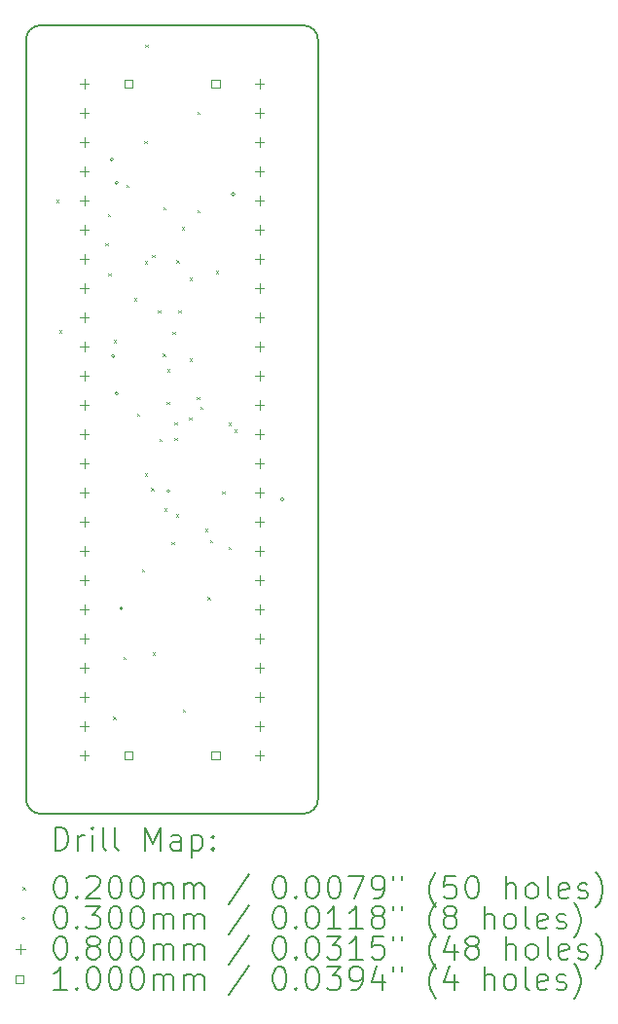
<source format=gbr>
%TF.GenerationSoftware,KiCad,Pcbnew,9.0.6-9.0.6~ubuntu25.10.1*%
%TF.CreationDate,2025-12-24T18:24:07+09:00*%
%TF.ProjectId,bionic-ns32016,62696f6e-6963-42d6-9e73-33323031362e,2*%
%TF.SameCoordinates,Original*%
%TF.FileFunction,Drillmap*%
%TF.FilePolarity,Positive*%
%FSLAX45Y45*%
G04 Gerber Fmt 4.5, Leading zero omitted, Abs format (unit mm)*
G04 Created by KiCad (PCBNEW 9.0.6-9.0.6~ubuntu25.10.1) date 2025-12-24 18:24:07*
%MOMM*%
%LPD*%
G01*
G04 APERTURE LIST*
%ADD10C,0.150000*%
%ADD11C,0.200000*%
%ADD12C,0.100000*%
G04 APERTURE END LIST*
D10*
X10100000Y-7127000D02*
X10100000Y-13731000D01*
X12640000Y-13731000D02*
G75*
G02*
X12513000Y-13858000I-127000J0D01*
G01*
X10227000Y-13858000D02*
X12513000Y-13858000D01*
X12513000Y-7000000D02*
X10227000Y-7000000D01*
X12640000Y-13731000D02*
X12640000Y-7127000D01*
X10227000Y-13858000D02*
G75*
G02*
X10100000Y-13731000I0J127000D01*
G01*
X12513000Y-7000000D02*
G75*
G02*
X12640000Y-7127000I0J-127000D01*
G01*
X10100000Y-7127000D02*
G75*
G02*
X10227000Y-7000000I127000J0D01*
G01*
D11*
D12*
X10363615Y-8518375D02*
X10383615Y-8538375D01*
X10383615Y-8518375D02*
X10363615Y-8538375D01*
X10388450Y-9653190D02*
X10408450Y-9673190D01*
X10408450Y-9653190D02*
X10388450Y-9673190D01*
X10789840Y-8896200D02*
X10809840Y-8916200D01*
X10809840Y-8896200D02*
X10789840Y-8916200D01*
X10811910Y-8643540D02*
X10831910Y-8663540D01*
X10831910Y-8643540D02*
X10811910Y-8663540D01*
X10817820Y-9156620D02*
X10837820Y-9176620D01*
X10837820Y-9156620D02*
X10817820Y-9176620D01*
X10859620Y-13013610D02*
X10879620Y-13033610D01*
X10879620Y-13013610D02*
X10859620Y-13033610D01*
X10862820Y-9737010D02*
X10882820Y-9757010D01*
X10882820Y-9737010D02*
X10862820Y-9757010D01*
X10949790Y-12492910D02*
X10969790Y-12512910D01*
X10969790Y-12492910D02*
X10949790Y-12512910D01*
X10971380Y-8389540D02*
X10991380Y-8409540D01*
X10991380Y-8389540D02*
X10971380Y-8409540D01*
X11039910Y-9373320D02*
X11059910Y-9393320D01*
X11059910Y-9373320D02*
X11039910Y-9393320D01*
X11066630Y-10379500D02*
X11086630Y-10399500D01*
X11086630Y-10379500D02*
X11066630Y-10399500D01*
X11108080Y-11732180D02*
X11128080Y-11752180D01*
X11128080Y-11732180D02*
X11108080Y-11752180D01*
X11128860Y-8006000D02*
X11148860Y-8026000D01*
X11148860Y-8006000D02*
X11128860Y-8026000D01*
X11131558Y-10898814D02*
X11151558Y-10918814D01*
X11151558Y-10898814D02*
X11131558Y-10918814D01*
X11132670Y-9052190D02*
X11152670Y-9072190D01*
X11152670Y-9052190D02*
X11132670Y-9072190D01*
X11137800Y-7167800D02*
X11157800Y-7187800D01*
X11157800Y-7167800D02*
X11137800Y-7187800D01*
X11189820Y-11026060D02*
X11209820Y-11046060D01*
X11209820Y-11026060D02*
X11189820Y-11046060D01*
X11197500Y-8999140D02*
X11217500Y-9019140D01*
X11217500Y-8999140D02*
X11197500Y-9019140D01*
X11202500Y-12454800D02*
X11222500Y-12474800D01*
X11222500Y-12454800D02*
X11202500Y-12474800D01*
X11246970Y-9477930D02*
X11266970Y-9497930D01*
X11266970Y-9477930D02*
X11246970Y-9497930D01*
X11262500Y-10599340D02*
X11282500Y-10619340D01*
X11282500Y-10599340D02*
X11262500Y-10619340D01*
X11290700Y-9855810D02*
X11310700Y-9875810D01*
X11310700Y-9855810D02*
X11290700Y-9875810D01*
X11293960Y-8581310D02*
X11313960Y-8601310D01*
X11313960Y-8581310D02*
X11293960Y-8601310D01*
X11302850Y-11201320D02*
X11322850Y-11221320D01*
X11322850Y-11201320D02*
X11302850Y-11221320D01*
X11325750Y-10276760D02*
X11345750Y-10296760D01*
X11345750Y-10276760D02*
X11325750Y-10296760D01*
X11327500Y-9991010D02*
X11347500Y-10011010D01*
X11347500Y-9991010D02*
X11327500Y-10011010D01*
X11367620Y-11494690D02*
X11387620Y-11514690D01*
X11387620Y-11494690D02*
X11367620Y-11514690D01*
X11375240Y-9668430D02*
X11395240Y-9688430D01*
X11395240Y-9668430D02*
X11375240Y-9688430D01*
X11391750Y-10587910D02*
X11411750Y-10607910D01*
X11411750Y-10587910D02*
X11391750Y-10607910D01*
X11392500Y-10455110D02*
X11412500Y-10475110D01*
X11412500Y-10455110D02*
X11392500Y-10475110D01*
X11403815Y-11252755D02*
X11423815Y-11272755D01*
X11423815Y-11252755D02*
X11403815Y-11272755D01*
X11410070Y-9044140D02*
X11430070Y-9064140D01*
X11430070Y-9044140D02*
X11410070Y-9064140D01*
X11426300Y-9478430D02*
X11446300Y-9498430D01*
X11446300Y-9478430D02*
X11426300Y-9498430D01*
X11457500Y-8754640D02*
X11477500Y-8774640D01*
X11477500Y-8754640D02*
X11457500Y-8774640D01*
X11466870Y-12952110D02*
X11486870Y-12972110D01*
X11486870Y-12952110D02*
X11466870Y-12972110D01*
X11518750Y-10410110D02*
X11538750Y-10430110D01*
X11538750Y-10410110D02*
X11518750Y-10430110D01*
X11522500Y-9899570D02*
X11542500Y-9919570D01*
X11542500Y-9899570D02*
X11522500Y-9919570D01*
X11522560Y-9197360D02*
X11542560Y-9217360D01*
X11542560Y-9197360D02*
X11522560Y-9217360D01*
X11587500Y-10234850D02*
X11607500Y-10254850D01*
X11607500Y-10234850D02*
X11587500Y-10254850D01*
X11588600Y-8607980D02*
X11608600Y-8627980D01*
X11608600Y-8607980D02*
X11588600Y-8627980D01*
X11589870Y-7752000D02*
X11609870Y-7772000D01*
X11609870Y-7752000D02*
X11589870Y-7772000D01*
X11619080Y-10316130D02*
X11639080Y-10336130D01*
X11639080Y-10316130D02*
X11619080Y-10336130D01*
X11660990Y-11379120D02*
X11680990Y-11399120D01*
X11680990Y-11379120D02*
X11660990Y-11399120D01*
X11678770Y-11973480D02*
X11698770Y-11993480D01*
X11698770Y-11973480D02*
X11678770Y-11993480D01*
X11699955Y-11476505D02*
X11719955Y-11496505D01*
X11719955Y-11476505D02*
X11699955Y-11496505D01*
X11751160Y-9137570D02*
X11771160Y-9157570D01*
X11771160Y-9137570D02*
X11751160Y-9157570D01*
X11808340Y-11054000D02*
X11828340Y-11074000D01*
X11828340Y-11054000D02*
X11808340Y-11074000D01*
X11862920Y-11535330D02*
X11882920Y-11555330D01*
X11882920Y-11535330D02*
X11862920Y-11555330D01*
X11863485Y-10457805D02*
X11883485Y-10477805D01*
X11883485Y-10457805D02*
X11863485Y-10477805D01*
X11914990Y-10515520D02*
X11934990Y-10535520D01*
X11934990Y-10515520D02*
X11914990Y-10535520D01*
X10860490Y-8165860D02*
G75*
G02*
X10830490Y-8165860I-15000J0D01*
G01*
X10830490Y-8165860D02*
G75*
G02*
X10860490Y-8165860I15000J0D01*
G01*
X10873190Y-9877820D02*
G75*
G02*
X10843190Y-9877820I-15000J0D01*
G01*
X10843190Y-9877820D02*
G75*
G02*
X10873190Y-9877820I15000J0D01*
G01*
X10902400Y-8371600D02*
G75*
G02*
X10872400Y-8371600I-15000J0D01*
G01*
X10872400Y-8371600D02*
G75*
G02*
X10902400Y-8371600I15000J0D01*
G01*
X10902500Y-10202940D02*
G75*
G02*
X10872500Y-10202940I-15000J0D01*
G01*
X10872500Y-10202940D02*
G75*
G02*
X10902500Y-10202940I15000J0D01*
G01*
X10943040Y-12071110D02*
G75*
G02*
X10913040Y-12071110I-15000J0D01*
G01*
X10913040Y-12071110D02*
G75*
G02*
X10943040Y-12071110I15000J0D01*
G01*
X11354520Y-11051300D02*
G75*
G02*
X11324520Y-11051300I-15000J0D01*
G01*
X11324520Y-11051300D02*
G75*
G02*
X11354520Y-11051300I15000J0D01*
G01*
X11915860Y-8469390D02*
G75*
G02*
X11885860Y-8469390I-15000J0D01*
G01*
X11885860Y-8469390D02*
G75*
G02*
X11915860Y-8469390I15000J0D01*
G01*
X12345070Y-11123480D02*
G75*
G02*
X12315070Y-11123480I-15000J0D01*
G01*
X12315070Y-11123480D02*
G75*
G02*
X12345070Y-11123480I15000J0D01*
G01*
X10608000Y-7468000D02*
X10608000Y-7548000D01*
X10568000Y-7508000D02*
X10648000Y-7508000D01*
X10608000Y-7722000D02*
X10608000Y-7802000D01*
X10568000Y-7762000D02*
X10648000Y-7762000D01*
X10608000Y-7976000D02*
X10608000Y-8056000D01*
X10568000Y-8016000D02*
X10648000Y-8016000D01*
X10608000Y-8230000D02*
X10608000Y-8310000D01*
X10568000Y-8270000D02*
X10648000Y-8270000D01*
X10608000Y-8484000D02*
X10608000Y-8564000D01*
X10568000Y-8524000D02*
X10648000Y-8524000D01*
X10608000Y-8738000D02*
X10608000Y-8818000D01*
X10568000Y-8778000D02*
X10648000Y-8778000D01*
X10608000Y-8992000D02*
X10608000Y-9072000D01*
X10568000Y-9032000D02*
X10648000Y-9032000D01*
X10608000Y-9246000D02*
X10608000Y-9326000D01*
X10568000Y-9286000D02*
X10648000Y-9286000D01*
X10608000Y-9500000D02*
X10608000Y-9580000D01*
X10568000Y-9540000D02*
X10648000Y-9540000D01*
X10608000Y-9754000D02*
X10608000Y-9834000D01*
X10568000Y-9794000D02*
X10648000Y-9794000D01*
X10608000Y-10008000D02*
X10608000Y-10088000D01*
X10568000Y-10048000D02*
X10648000Y-10048000D01*
X10608000Y-10262000D02*
X10608000Y-10342000D01*
X10568000Y-10302000D02*
X10648000Y-10302000D01*
X10608000Y-10516000D02*
X10608000Y-10596000D01*
X10568000Y-10556000D02*
X10648000Y-10556000D01*
X10608000Y-10770000D02*
X10608000Y-10850000D01*
X10568000Y-10810000D02*
X10648000Y-10810000D01*
X10608000Y-11024000D02*
X10608000Y-11104000D01*
X10568000Y-11064000D02*
X10648000Y-11064000D01*
X10608000Y-11278000D02*
X10608000Y-11358000D01*
X10568000Y-11318000D02*
X10648000Y-11318000D01*
X10608000Y-11532000D02*
X10608000Y-11612000D01*
X10568000Y-11572000D02*
X10648000Y-11572000D01*
X10608000Y-11786000D02*
X10608000Y-11866000D01*
X10568000Y-11826000D02*
X10648000Y-11826000D01*
X10608000Y-12040000D02*
X10608000Y-12120000D01*
X10568000Y-12080000D02*
X10648000Y-12080000D01*
X10608000Y-12294000D02*
X10608000Y-12374000D01*
X10568000Y-12334000D02*
X10648000Y-12334000D01*
X10608000Y-12548000D02*
X10608000Y-12628000D01*
X10568000Y-12588000D02*
X10648000Y-12588000D01*
X10608000Y-12802000D02*
X10608000Y-12882000D01*
X10568000Y-12842000D02*
X10648000Y-12842000D01*
X10608000Y-13056000D02*
X10608000Y-13136000D01*
X10568000Y-13096000D02*
X10648000Y-13096000D01*
X10608000Y-13310000D02*
X10608000Y-13390000D01*
X10568000Y-13350000D02*
X10648000Y-13350000D01*
X12132000Y-7468000D02*
X12132000Y-7548000D01*
X12092000Y-7508000D02*
X12172000Y-7508000D01*
X12132000Y-7722000D02*
X12132000Y-7802000D01*
X12092000Y-7762000D02*
X12172000Y-7762000D01*
X12132000Y-7976000D02*
X12132000Y-8056000D01*
X12092000Y-8016000D02*
X12172000Y-8016000D01*
X12132000Y-8230000D02*
X12132000Y-8310000D01*
X12092000Y-8270000D02*
X12172000Y-8270000D01*
X12132000Y-8484000D02*
X12132000Y-8564000D01*
X12092000Y-8524000D02*
X12172000Y-8524000D01*
X12132000Y-8738000D02*
X12132000Y-8818000D01*
X12092000Y-8778000D02*
X12172000Y-8778000D01*
X12132000Y-8992000D02*
X12132000Y-9072000D01*
X12092000Y-9032000D02*
X12172000Y-9032000D01*
X12132000Y-9246000D02*
X12132000Y-9326000D01*
X12092000Y-9286000D02*
X12172000Y-9286000D01*
X12132000Y-9500000D02*
X12132000Y-9580000D01*
X12092000Y-9540000D02*
X12172000Y-9540000D01*
X12132000Y-9754000D02*
X12132000Y-9834000D01*
X12092000Y-9794000D02*
X12172000Y-9794000D01*
X12132000Y-10008000D02*
X12132000Y-10088000D01*
X12092000Y-10048000D02*
X12172000Y-10048000D01*
X12132000Y-10262000D02*
X12132000Y-10342000D01*
X12092000Y-10302000D02*
X12172000Y-10302000D01*
X12132000Y-10516000D02*
X12132000Y-10596000D01*
X12092000Y-10556000D02*
X12172000Y-10556000D01*
X12132000Y-10770000D02*
X12132000Y-10850000D01*
X12092000Y-10810000D02*
X12172000Y-10810000D01*
X12132000Y-11024000D02*
X12132000Y-11104000D01*
X12092000Y-11064000D02*
X12172000Y-11064000D01*
X12132000Y-11278000D02*
X12132000Y-11358000D01*
X12092000Y-11318000D02*
X12172000Y-11318000D01*
X12132000Y-11532000D02*
X12132000Y-11612000D01*
X12092000Y-11572000D02*
X12172000Y-11572000D01*
X12132000Y-11786000D02*
X12132000Y-11866000D01*
X12092000Y-11826000D02*
X12172000Y-11826000D01*
X12132000Y-12040000D02*
X12132000Y-12120000D01*
X12092000Y-12080000D02*
X12172000Y-12080000D01*
X12132000Y-12294000D02*
X12132000Y-12374000D01*
X12092000Y-12334000D02*
X12172000Y-12334000D01*
X12132000Y-12548000D02*
X12132000Y-12628000D01*
X12092000Y-12588000D02*
X12172000Y-12588000D01*
X12132000Y-12802000D02*
X12132000Y-12882000D01*
X12092000Y-12842000D02*
X12172000Y-12842000D01*
X12132000Y-13056000D02*
X12132000Y-13136000D01*
X12092000Y-13096000D02*
X12172000Y-13096000D01*
X12132000Y-13310000D02*
X12132000Y-13390000D01*
X12092000Y-13350000D02*
X12172000Y-13350000D01*
X11028976Y-7543356D02*
X11028976Y-7472644D01*
X10958264Y-7472644D01*
X10958264Y-7543356D01*
X11028976Y-7543356D01*
X11028976Y-13385356D02*
X11028976Y-13314644D01*
X10958264Y-13314644D01*
X10958264Y-13385356D01*
X11028976Y-13385356D01*
X11784276Y-7543356D02*
X11784276Y-7472644D01*
X11713564Y-7472644D01*
X11713564Y-7543356D01*
X11784276Y-7543356D01*
X11784276Y-13385356D02*
X11784276Y-13314644D01*
X11713564Y-13314644D01*
X11713564Y-13385356D01*
X11784276Y-13385356D01*
D11*
X10353277Y-14176984D02*
X10353277Y-13976984D01*
X10353277Y-13976984D02*
X10400896Y-13976984D01*
X10400896Y-13976984D02*
X10429467Y-13986508D01*
X10429467Y-13986508D02*
X10448515Y-14005555D01*
X10448515Y-14005555D02*
X10458039Y-14024603D01*
X10458039Y-14024603D02*
X10467563Y-14062698D01*
X10467563Y-14062698D02*
X10467563Y-14091269D01*
X10467563Y-14091269D02*
X10458039Y-14129365D01*
X10458039Y-14129365D02*
X10448515Y-14148412D01*
X10448515Y-14148412D02*
X10429467Y-14167460D01*
X10429467Y-14167460D02*
X10400896Y-14176984D01*
X10400896Y-14176984D02*
X10353277Y-14176984D01*
X10553277Y-14176984D02*
X10553277Y-14043650D01*
X10553277Y-14081746D02*
X10562801Y-14062698D01*
X10562801Y-14062698D02*
X10572324Y-14053174D01*
X10572324Y-14053174D02*
X10591372Y-14043650D01*
X10591372Y-14043650D02*
X10610420Y-14043650D01*
X10677086Y-14176984D02*
X10677086Y-14043650D01*
X10677086Y-13976984D02*
X10667563Y-13986508D01*
X10667563Y-13986508D02*
X10677086Y-13996031D01*
X10677086Y-13996031D02*
X10686610Y-13986508D01*
X10686610Y-13986508D02*
X10677086Y-13976984D01*
X10677086Y-13976984D02*
X10677086Y-13996031D01*
X10800896Y-14176984D02*
X10781848Y-14167460D01*
X10781848Y-14167460D02*
X10772324Y-14148412D01*
X10772324Y-14148412D02*
X10772324Y-13976984D01*
X10905658Y-14176984D02*
X10886610Y-14167460D01*
X10886610Y-14167460D02*
X10877086Y-14148412D01*
X10877086Y-14148412D02*
X10877086Y-13976984D01*
X11134229Y-14176984D02*
X11134229Y-13976984D01*
X11134229Y-13976984D02*
X11200896Y-14119841D01*
X11200896Y-14119841D02*
X11267562Y-13976984D01*
X11267562Y-13976984D02*
X11267562Y-14176984D01*
X11448515Y-14176984D02*
X11448515Y-14072222D01*
X11448515Y-14072222D02*
X11438991Y-14053174D01*
X11438991Y-14053174D02*
X11419943Y-14043650D01*
X11419943Y-14043650D02*
X11381848Y-14043650D01*
X11381848Y-14043650D02*
X11362801Y-14053174D01*
X11448515Y-14167460D02*
X11429467Y-14176984D01*
X11429467Y-14176984D02*
X11381848Y-14176984D01*
X11381848Y-14176984D02*
X11362801Y-14167460D01*
X11362801Y-14167460D02*
X11353277Y-14148412D01*
X11353277Y-14148412D02*
X11353277Y-14129365D01*
X11353277Y-14129365D02*
X11362801Y-14110317D01*
X11362801Y-14110317D02*
X11381848Y-14100793D01*
X11381848Y-14100793D02*
X11429467Y-14100793D01*
X11429467Y-14100793D02*
X11448515Y-14091269D01*
X11543753Y-14043650D02*
X11543753Y-14243650D01*
X11543753Y-14053174D02*
X11562801Y-14043650D01*
X11562801Y-14043650D02*
X11600896Y-14043650D01*
X11600896Y-14043650D02*
X11619943Y-14053174D01*
X11619943Y-14053174D02*
X11629467Y-14062698D01*
X11629467Y-14062698D02*
X11638991Y-14081746D01*
X11638991Y-14081746D02*
X11638991Y-14138888D01*
X11638991Y-14138888D02*
X11629467Y-14157936D01*
X11629467Y-14157936D02*
X11619943Y-14167460D01*
X11619943Y-14167460D02*
X11600896Y-14176984D01*
X11600896Y-14176984D02*
X11562801Y-14176984D01*
X11562801Y-14176984D02*
X11543753Y-14167460D01*
X11724705Y-14157936D02*
X11734229Y-14167460D01*
X11734229Y-14167460D02*
X11724705Y-14176984D01*
X11724705Y-14176984D02*
X11715182Y-14167460D01*
X11715182Y-14167460D02*
X11724705Y-14157936D01*
X11724705Y-14157936D02*
X11724705Y-14176984D01*
X11724705Y-14053174D02*
X11734229Y-14062698D01*
X11734229Y-14062698D02*
X11724705Y-14072222D01*
X11724705Y-14072222D02*
X11715182Y-14062698D01*
X11715182Y-14062698D02*
X11724705Y-14053174D01*
X11724705Y-14053174D02*
X11724705Y-14072222D01*
D12*
X10072500Y-14495500D02*
X10092500Y-14515500D01*
X10092500Y-14495500D02*
X10072500Y-14515500D01*
D11*
X10391372Y-14396984D02*
X10410420Y-14396984D01*
X10410420Y-14396984D02*
X10429467Y-14406508D01*
X10429467Y-14406508D02*
X10438991Y-14416031D01*
X10438991Y-14416031D02*
X10448515Y-14435079D01*
X10448515Y-14435079D02*
X10458039Y-14473174D01*
X10458039Y-14473174D02*
X10458039Y-14520793D01*
X10458039Y-14520793D02*
X10448515Y-14558888D01*
X10448515Y-14558888D02*
X10438991Y-14577936D01*
X10438991Y-14577936D02*
X10429467Y-14587460D01*
X10429467Y-14587460D02*
X10410420Y-14596984D01*
X10410420Y-14596984D02*
X10391372Y-14596984D01*
X10391372Y-14596984D02*
X10372324Y-14587460D01*
X10372324Y-14587460D02*
X10362801Y-14577936D01*
X10362801Y-14577936D02*
X10353277Y-14558888D01*
X10353277Y-14558888D02*
X10343753Y-14520793D01*
X10343753Y-14520793D02*
X10343753Y-14473174D01*
X10343753Y-14473174D02*
X10353277Y-14435079D01*
X10353277Y-14435079D02*
X10362801Y-14416031D01*
X10362801Y-14416031D02*
X10372324Y-14406508D01*
X10372324Y-14406508D02*
X10391372Y-14396984D01*
X10543753Y-14577936D02*
X10553277Y-14587460D01*
X10553277Y-14587460D02*
X10543753Y-14596984D01*
X10543753Y-14596984D02*
X10534229Y-14587460D01*
X10534229Y-14587460D02*
X10543753Y-14577936D01*
X10543753Y-14577936D02*
X10543753Y-14596984D01*
X10629467Y-14416031D02*
X10638991Y-14406508D01*
X10638991Y-14406508D02*
X10658039Y-14396984D01*
X10658039Y-14396984D02*
X10705658Y-14396984D01*
X10705658Y-14396984D02*
X10724705Y-14406508D01*
X10724705Y-14406508D02*
X10734229Y-14416031D01*
X10734229Y-14416031D02*
X10743753Y-14435079D01*
X10743753Y-14435079D02*
X10743753Y-14454127D01*
X10743753Y-14454127D02*
X10734229Y-14482698D01*
X10734229Y-14482698D02*
X10619944Y-14596984D01*
X10619944Y-14596984D02*
X10743753Y-14596984D01*
X10867563Y-14396984D02*
X10886610Y-14396984D01*
X10886610Y-14396984D02*
X10905658Y-14406508D01*
X10905658Y-14406508D02*
X10915182Y-14416031D01*
X10915182Y-14416031D02*
X10924705Y-14435079D01*
X10924705Y-14435079D02*
X10934229Y-14473174D01*
X10934229Y-14473174D02*
X10934229Y-14520793D01*
X10934229Y-14520793D02*
X10924705Y-14558888D01*
X10924705Y-14558888D02*
X10915182Y-14577936D01*
X10915182Y-14577936D02*
X10905658Y-14587460D01*
X10905658Y-14587460D02*
X10886610Y-14596984D01*
X10886610Y-14596984D02*
X10867563Y-14596984D01*
X10867563Y-14596984D02*
X10848515Y-14587460D01*
X10848515Y-14587460D02*
X10838991Y-14577936D01*
X10838991Y-14577936D02*
X10829467Y-14558888D01*
X10829467Y-14558888D02*
X10819944Y-14520793D01*
X10819944Y-14520793D02*
X10819944Y-14473174D01*
X10819944Y-14473174D02*
X10829467Y-14435079D01*
X10829467Y-14435079D02*
X10838991Y-14416031D01*
X10838991Y-14416031D02*
X10848515Y-14406508D01*
X10848515Y-14406508D02*
X10867563Y-14396984D01*
X11058039Y-14396984D02*
X11077086Y-14396984D01*
X11077086Y-14396984D02*
X11096134Y-14406508D01*
X11096134Y-14406508D02*
X11105658Y-14416031D01*
X11105658Y-14416031D02*
X11115182Y-14435079D01*
X11115182Y-14435079D02*
X11124705Y-14473174D01*
X11124705Y-14473174D02*
X11124705Y-14520793D01*
X11124705Y-14520793D02*
X11115182Y-14558888D01*
X11115182Y-14558888D02*
X11105658Y-14577936D01*
X11105658Y-14577936D02*
X11096134Y-14587460D01*
X11096134Y-14587460D02*
X11077086Y-14596984D01*
X11077086Y-14596984D02*
X11058039Y-14596984D01*
X11058039Y-14596984D02*
X11038991Y-14587460D01*
X11038991Y-14587460D02*
X11029467Y-14577936D01*
X11029467Y-14577936D02*
X11019944Y-14558888D01*
X11019944Y-14558888D02*
X11010420Y-14520793D01*
X11010420Y-14520793D02*
X11010420Y-14473174D01*
X11010420Y-14473174D02*
X11019944Y-14435079D01*
X11019944Y-14435079D02*
X11029467Y-14416031D01*
X11029467Y-14416031D02*
X11038991Y-14406508D01*
X11038991Y-14406508D02*
X11058039Y-14396984D01*
X11210420Y-14596984D02*
X11210420Y-14463650D01*
X11210420Y-14482698D02*
X11219943Y-14473174D01*
X11219943Y-14473174D02*
X11238991Y-14463650D01*
X11238991Y-14463650D02*
X11267563Y-14463650D01*
X11267563Y-14463650D02*
X11286610Y-14473174D01*
X11286610Y-14473174D02*
X11296134Y-14492222D01*
X11296134Y-14492222D02*
X11296134Y-14596984D01*
X11296134Y-14492222D02*
X11305658Y-14473174D01*
X11305658Y-14473174D02*
X11324705Y-14463650D01*
X11324705Y-14463650D02*
X11353277Y-14463650D01*
X11353277Y-14463650D02*
X11372324Y-14473174D01*
X11372324Y-14473174D02*
X11381848Y-14492222D01*
X11381848Y-14492222D02*
X11381848Y-14596984D01*
X11477086Y-14596984D02*
X11477086Y-14463650D01*
X11477086Y-14482698D02*
X11486610Y-14473174D01*
X11486610Y-14473174D02*
X11505658Y-14463650D01*
X11505658Y-14463650D02*
X11534229Y-14463650D01*
X11534229Y-14463650D02*
X11553277Y-14473174D01*
X11553277Y-14473174D02*
X11562801Y-14492222D01*
X11562801Y-14492222D02*
X11562801Y-14596984D01*
X11562801Y-14492222D02*
X11572324Y-14473174D01*
X11572324Y-14473174D02*
X11591372Y-14463650D01*
X11591372Y-14463650D02*
X11619943Y-14463650D01*
X11619943Y-14463650D02*
X11638991Y-14473174D01*
X11638991Y-14473174D02*
X11648515Y-14492222D01*
X11648515Y-14492222D02*
X11648515Y-14596984D01*
X12038991Y-14387460D02*
X11867563Y-14644603D01*
X12296134Y-14396984D02*
X12315182Y-14396984D01*
X12315182Y-14396984D02*
X12334229Y-14406508D01*
X12334229Y-14406508D02*
X12343753Y-14416031D01*
X12343753Y-14416031D02*
X12353277Y-14435079D01*
X12353277Y-14435079D02*
X12362801Y-14473174D01*
X12362801Y-14473174D02*
X12362801Y-14520793D01*
X12362801Y-14520793D02*
X12353277Y-14558888D01*
X12353277Y-14558888D02*
X12343753Y-14577936D01*
X12343753Y-14577936D02*
X12334229Y-14587460D01*
X12334229Y-14587460D02*
X12315182Y-14596984D01*
X12315182Y-14596984D02*
X12296134Y-14596984D01*
X12296134Y-14596984D02*
X12277086Y-14587460D01*
X12277086Y-14587460D02*
X12267563Y-14577936D01*
X12267563Y-14577936D02*
X12258039Y-14558888D01*
X12258039Y-14558888D02*
X12248515Y-14520793D01*
X12248515Y-14520793D02*
X12248515Y-14473174D01*
X12248515Y-14473174D02*
X12258039Y-14435079D01*
X12258039Y-14435079D02*
X12267563Y-14416031D01*
X12267563Y-14416031D02*
X12277086Y-14406508D01*
X12277086Y-14406508D02*
X12296134Y-14396984D01*
X12448515Y-14577936D02*
X12458039Y-14587460D01*
X12458039Y-14587460D02*
X12448515Y-14596984D01*
X12448515Y-14596984D02*
X12438991Y-14587460D01*
X12438991Y-14587460D02*
X12448515Y-14577936D01*
X12448515Y-14577936D02*
X12448515Y-14596984D01*
X12581848Y-14396984D02*
X12600896Y-14396984D01*
X12600896Y-14396984D02*
X12619944Y-14406508D01*
X12619944Y-14406508D02*
X12629467Y-14416031D01*
X12629467Y-14416031D02*
X12638991Y-14435079D01*
X12638991Y-14435079D02*
X12648515Y-14473174D01*
X12648515Y-14473174D02*
X12648515Y-14520793D01*
X12648515Y-14520793D02*
X12638991Y-14558888D01*
X12638991Y-14558888D02*
X12629467Y-14577936D01*
X12629467Y-14577936D02*
X12619944Y-14587460D01*
X12619944Y-14587460D02*
X12600896Y-14596984D01*
X12600896Y-14596984D02*
X12581848Y-14596984D01*
X12581848Y-14596984D02*
X12562801Y-14587460D01*
X12562801Y-14587460D02*
X12553277Y-14577936D01*
X12553277Y-14577936D02*
X12543753Y-14558888D01*
X12543753Y-14558888D02*
X12534229Y-14520793D01*
X12534229Y-14520793D02*
X12534229Y-14473174D01*
X12534229Y-14473174D02*
X12543753Y-14435079D01*
X12543753Y-14435079D02*
X12553277Y-14416031D01*
X12553277Y-14416031D02*
X12562801Y-14406508D01*
X12562801Y-14406508D02*
X12581848Y-14396984D01*
X12772325Y-14396984D02*
X12791372Y-14396984D01*
X12791372Y-14396984D02*
X12810420Y-14406508D01*
X12810420Y-14406508D02*
X12819944Y-14416031D01*
X12819944Y-14416031D02*
X12829467Y-14435079D01*
X12829467Y-14435079D02*
X12838991Y-14473174D01*
X12838991Y-14473174D02*
X12838991Y-14520793D01*
X12838991Y-14520793D02*
X12829467Y-14558888D01*
X12829467Y-14558888D02*
X12819944Y-14577936D01*
X12819944Y-14577936D02*
X12810420Y-14587460D01*
X12810420Y-14587460D02*
X12791372Y-14596984D01*
X12791372Y-14596984D02*
X12772325Y-14596984D01*
X12772325Y-14596984D02*
X12753277Y-14587460D01*
X12753277Y-14587460D02*
X12743753Y-14577936D01*
X12743753Y-14577936D02*
X12734229Y-14558888D01*
X12734229Y-14558888D02*
X12724706Y-14520793D01*
X12724706Y-14520793D02*
X12724706Y-14473174D01*
X12724706Y-14473174D02*
X12734229Y-14435079D01*
X12734229Y-14435079D02*
X12743753Y-14416031D01*
X12743753Y-14416031D02*
X12753277Y-14406508D01*
X12753277Y-14406508D02*
X12772325Y-14396984D01*
X12905658Y-14396984D02*
X13038991Y-14396984D01*
X13038991Y-14396984D02*
X12953277Y-14596984D01*
X13124706Y-14596984D02*
X13162801Y-14596984D01*
X13162801Y-14596984D02*
X13181848Y-14587460D01*
X13181848Y-14587460D02*
X13191372Y-14577936D01*
X13191372Y-14577936D02*
X13210420Y-14549365D01*
X13210420Y-14549365D02*
X13219944Y-14511269D01*
X13219944Y-14511269D02*
X13219944Y-14435079D01*
X13219944Y-14435079D02*
X13210420Y-14416031D01*
X13210420Y-14416031D02*
X13200896Y-14406508D01*
X13200896Y-14406508D02*
X13181848Y-14396984D01*
X13181848Y-14396984D02*
X13143753Y-14396984D01*
X13143753Y-14396984D02*
X13124706Y-14406508D01*
X13124706Y-14406508D02*
X13115182Y-14416031D01*
X13115182Y-14416031D02*
X13105658Y-14435079D01*
X13105658Y-14435079D02*
X13105658Y-14482698D01*
X13105658Y-14482698D02*
X13115182Y-14501746D01*
X13115182Y-14501746D02*
X13124706Y-14511269D01*
X13124706Y-14511269D02*
X13143753Y-14520793D01*
X13143753Y-14520793D02*
X13181848Y-14520793D01*
X13181848Y-14520793D02*
X13200896Y-14511269D01*
X13200896Y-14511269D02*
X13210420Y-14501746D01*
X13210420Y-14501746D02*
X13219944Y-14482698D01*
X13296134Y-14396984D02*
X13296134Y-14435079D01*
X13372325Y-14396984D02*
X13372325Y-14435079D01*
X13667563Y-14673174D02*
X13658039Y-14663650D01*
X13658039Y-14663650D02*
X13638991Y-14635079D01*
X13638991Y-14635079D02*
X13629468Y-14616031D01*
X13629468Y-14616031D02*
X13619944Y-14587460D01*
X13619944Y-14587460D02*
X13610420Y-14539841D01*
X13610420Y-14539841D02*
X13610420Y-14501746D01*
X13610420Y-14501746D02*
X13619944Y-14454127D01*
X13619944Y-14454127D02*
X13629468Y-14425555D01*
X13629468Y-14425555D02*
X13638991Y-14406508D01*
X13638991Y-14406508D02*
X13658039Y-14377936D01*
X13658039Y-14377936D02*
X13667563Y-14368412D01*
X13838991Y-14396984D02*
X13743753Y-14396984D01*
X13743753Y-14396984D02*
X13734229Y-14492222D01*
X13734229Y-14492222D02*
X13743753Y-14482698D01*
X13743753Y-14482698D02*
X13762801Y-14473174D01*
X13762801Y-14473174D02*
X13810420Y-14473174D01*
X13810420Y-14473174D02*
X13829468Y-14482698D01*
X13829468Y-14482698D02*
X13838991Y-14492222D01*
X13838991Y-14492222D02*
X13848515Y-14511269D01*
X13848515Y-14511269D02*
X13848515Y-14558888D01*
X13848515Y-14558888D02*
X13838991Y-14577936D01*
X13838991Y-14577936D02*
X13829468Y-14587460D01*
X13829468Y-14587460D02*
X13810420Y-14596984D01*
X13810420Y-14596984D02*
X13762801Y-14596984D01*
X13762801Y-14596984D02*
X13743753Y-14587460D01*
X13743753Y-14587460D02*
X13734229Y-14577936D01*
X13972325Y-14396984D02*
X13991372Y-14396984D01*
X13991372Y-14396984D02*
X14010420Y-14406508D01*
X14010420Y-14406508D02*
X14019944Y-14416031D01*
X14019944Y-14416031D02*
X14029468Y-14435079D01*
X14029468Y-14435079D02*
X14038991Y-14473174D01*
X14038991Y-14473174D02*
X14038991Y-14520793D01*
X14038991Y-14520793D02*
X14029468Y-14558888D01*
X14029468Y-14558888D02*
X14019944Y-14577936D01*
X14019944Y-14577936D02*
X14010420Y-14587460D01*
X14010420Y-14587460D02*
X13991372Y-14596984D01*
X13991372Y-14596984D02*
X13972325Y-14596984D01*
X13972325Y-14596984D02*
X13953277Y-14587460D01*
X13953277Y-14587460D02*
X13943753Y-14577936D01*
X13943753Y-14577936D02*
X13934229Y-14558888D01*
X13934229Y-14558888D02*
X13924706Y-14520793D01*
X13924706Y-14520793D02*
X13924706Y-14473174D01*
X13924706Y-14473174D02*
X13934229Y-14435079D01*
X13934229Y-14435079D02*
X13943753Y-14416031D01*
X13943753Y-14416031D02*
X13953277Y-14406508D01*
X13953277Y-14406508D02*
X13972325Y-14396984D01*
X14277087Y-14596984D02*
X14277087Y-14396984D01*
X14362801Y-14596984D02*
X14362801Y-14492222D01*
X14362801Y-14492222D02*
X14353277Y-14473174D01*
X14353277Y-14473174D02*
X14334230Y-14463650D01*
X14334230Y-14463650D02*
X14305658Y-14463650D01*
X14305658Y-14463650D02*
X14286610Y-14473174D01*
X14286610Y-14473174D02*
X14277087Y-14482698D01*
X14486610Y-14596984D02*
X14467563Y-14587460D01*
X14467563Y-14587460D02*
X14458039Y-14577936D01*
X14458039Y-14577936D02*
X14448515Y-14558888D01*
X14448515Y-14558888D02*
X14448515Y-14501746D01*
X14448515Y-14501746D02*
X14458039Y-14482698D01*
X14458039Y-14482698D02*
X14467563Y-14473174D01*
X14467563Y-14473174D02*
X14486610Y-14463650D01*
X14486610Y-14463650D02*
X14515182Y-14463650D01*
X14515182Y-14463650D02*
X14534230Y-14473174D01*
X14534230Y-14473174D02*
X14543753Y-14482698D01*
X14543753Y-14482698D02*
X14553277Y-14501746D01*
X14553277Y-14501746D02*
X14553277Y-14558888D01*
X14553277Y-14558888D02*
X14543753Y-14577936D01*
X14543753Y-14577936D02*
X14534230Y-14587460D01*
X14534230Y-14587460D02*
X14515182Y-14596984D01*
X14515182Y-14596984D02*
X14486610Y-14596984D01*
X14667563Y-14596984D02*
X14648515Y-14587460D01*
X14648515Y-14587460D02*
X14638991Y-14568412D01*
X14638991Y-14568412D02*
X14638991Y-14396984D01*
X14819944Y-14587460D02*
X14800896Y-14596984D01*
X14800896Y-14596984D02*
X14762801Y-14596984D01*
X14762801Y-14596984D02*
X14743753Y-14587460D01*
X14743753Y-14587460D02*
X14734230Y-14568412D01*
X14734230Y-14568412D02*
X14734230Y-14492222D01*
X14734230Y-14492222D02*
X14743753Y-14473174D01*
X14743753Y-14473174D02*
X14762801Y-14463650D01*
X14762801Y-14463650D02*
X14800896Y-14463650D01*
X14800896Y-14463650D02*
X14819944Y-14473174D01*
X14819944Y-14473174D02*
X14829468Y-14492222D01*
X14829468Y-14492222D02*
X14829468Y-14511269D01*
X14829468Y-14511269D02*
X14734230Y-14530317D01*
X14905658Y-14587460D02*
X14924706Y-14596984D01*
X14924706Y-14596984D02*
X14962801Y-14596984D01*
X14962801Y-14596984D02*
X14981849Y-14587460D01*
X14981849Y-14587460D02*
X14991372Y-14568412D01*
X14991372Y-14568412D02*
X14991372Y-14558888D01*
X14991372Y-14558888D02*
X14981849Y-14539841D01*
X14981849Y-14539841D02*
X14962801Y-14530317D01*
X14962801Y-14530317D02*
X14934230Y-14530317D01*
X14934230Y-14530317D02*
X14915182Y-14520793D01*
X14915182Y-14520793D02*
X14905658Y-14501746D01*
X14905658Y-14501746D02*
X14905658Y-14492222D01*
X14905658Y-14492222D02*
X14915182Y-14473174D01*
X14915182Y-14473174D02*
X14934230Y-14463650D01*
X14934230Y-14463650D02*
X14962801Y-14463650D01*
X14962801Y-14463650D02*
X14981849Y-14473174D01*
X15058039Y-14673174D02*
X15067563Y-14663650D01*
X15067563Y-14663650D02*
X15086611Y-14635079D01*
X15086611Y-14635079D02*
X15096134Y-14616031D01*
X15096134Y-14616031D02*
X15105658Y-14587460D01*
X15105658Y-14587460D02*
X15115182Y-14539841D01*
X15115182Y-14539841D02*
X15115182Y-14501746D01*
X15115182Y-14501746D02*
X15105658Y-14454127D01*
X15105658Y-14454127D02*
X15096134Y-14425555D01*
X15096134Y-14425555D02*
X15086611Y-14406508D01*
X15086611Y-14406508D02*
X15067563Y-14377936D01*
X15067563Y-14377936D02*
X15058039Y-14368412D01*
D12*
X10092500Y-14769500D02*
G75*
G02*
X10062500Y-14769500I-15000J0D01*
G01*
X10062500Y-14769500D02*
G75*
G02*
X10092500Y-14769500I15000J0D01*
G01*
D11*
X10391372Y-14660984D02*
X10410420Y-14660984D01*
X10410420Y-14660984D02*
X10429467Y-14670508D01*
X10429467Y-14670508D02*
X10438991Y-14680031D01*
X10438991Y-14680031D02*
X10448515Y-14699079D01*
X10448515Y-14699079D02*
X10458039Y-14737174D01*
X10458039Y-14737174D02*
X10458039Y-14784793D01*
X10458039Y-14784793D02*
X10448515Y-14822888D01*
X10448515Y-14822888D02*
X10438991Y-14841936D01*
X10438991Y-14841936D02*
X10429467Y-14851460D01*
X10429467Y-14851460D02*
X10410420Y-14860984D01*
X10410420Y-14860984D02*
X10391372Y-14860984D01*
X10391372Y-14860984D02*
X10372324Y-14851460D01*
X10372324Y-14851460D02*
X10362801Y-14841936D01*
X10362801Y-14841936D02*
X10353277Y-14822888D01*
X10353277Y-14822888D02*
X10343753Y-14784793D01*
X10343753Y-14784793D02*
X10343753Y-14737174D01*
X10343753Y-14737174D02*
X10353277Y-14699079D01*
X10353277Y-14699079D02*
X10362801Y-14680031D01*
X10362801Y-14680031D02*
X10372324Y-14670508D01*
X10372324Y-14670508D02*
X10391372Y-14660984D01*
X10543753Y-14841936D02*
X10553277Y-14851460D01*
X10553277Y-14851460D02*
X10543753Y-14860984D01*
X10543753Y-14860984D02*
X10534229Y-14851460D01*
X10534229Y-14851460D02*
X10543753Y-14841936D01*
X10543753Y-14841936D02*
X10543753Y-14860984D01*
X10619944Y-14660984D02*
X10743753Y-14660984D01*
X10743753Y-14660984D02*
X10677086Y-14737174D01*
X10677086Y-14737174D02*
X10705658Y-14737174D01*
X10705658Y-14737174D02*
X10724705Y-14746698D01*
X10724705Y-14746698D02*
X10734229Y-14756222D01*
X10734229Y-14756222D02*
X10743753Y-14775269D01*
X10743753Y-14775269D02*
X10743753Y-14822888D01*
X10743753Y-14822888D02*
X10734229Y-14841936D01*
X10734229Y-14841936D02*
X10724705Y-14851460D01*
X10724705Y-14851460D02*
X10705658Y-14860984D01*
X10705658Y-14860984D02*
X10648515Y-14860984D01*
X10648515Y-14860984D02*
X10629467Y-14851460D01*
X10629467Y-14851460D02*
X10619944Y-14841936D01*
X10867563Y-14660984D02*
X10886610Y-14660984D01*
X10886610Y-14660984D02*
X10905658Y-14670508D01*
X10905658Y-14670508D02*
X10915182Y-14680031D01*
X10915182Y-14680031D02*
X10924705Y-14699079D01*
X10924705Y-14699079D02*
X10934229Y-14737174D01*
X10934229Y-14737174D02*
X10934229Y-14784793D01*
X10934229Y-14784793D02*
X10924705Y-14822888D01*
X10924705Y-14822888D02*
X10915182Y-14841936D01*
X10915182Y-14841936D02*
X10905658Y-14851460D01*
X10905658Y-14851460D02*
X10886610Y-14860984D01*
X10886610Y-14860984D02*
X10867563Y-14860984D01*
X10867563Y-14860984D02*
X10848515Y-14851460D01*
X10848515Y-14851460D02*
X10838991Y-14841936D01*
X10838991Y-14841936D02*
X10829467Y-14822888D01*
X10829467Y-14822888D02*
X10819944Y-14784793D01*
X10819944Y-14784793D02*
X10819944Y-14737174D01*
X10819944Y-14737174D02*
X10829467Y-14699079D01*
X10829467Y-14699079D02*
X10838991Y-14680031D01*
X10838991Y-14680031D02*
X10848515Y-14670508D01*
X10848515Y-14670508D02*
X10867563Y-14660984D01*
X11058039Y-14660984D02*
X11077086Y-14660984D01*
X11077086Y-14660984D02*
X11096134Y-14670508D01*
X11096134Y-14670508D02*
X11105658Y-14680031D01*
X11105658Y-14680031D02*
X11115182Y-14699079D01*
X11115182Y-14699079D02*
X11124705Y-14737174D01*
X11124705Y-14737174D02*
X11124705Y-14784793D01*
X11124705Y-14784793D02*
X11115182Y-14822888D01*
X11115182Y-14822888D02*
X11105658Y-14841936D01*
X11105658Y-14841936D02*
X11096134Y-14851460D01*
X11096134Y-14851460D02*
X11077086Y-14860984D01*
X11077086Y-14860984D02*
X11058039Y-14860984D01*
X11058039Y-14860984D02*
X11038991Y-14851460D01*
X11038991Y-14851460D02*
X11029467Y-14841936D01*
X11029467Y-14841936D02*
X11019944Y-14822888D01*
X11019944Y-14822888D02*
X11010420Y-14784793D01*
X11010420Y-14784793D02*
X11010420Y-14737174D01*
X11010420Y-14737174D02*
X11019944Y-14699079D01*
X11019944Y-14699079D02*
X11029467Y-14680031D01*
X11029467Y-14680031D02*
X11038991Y-14670508D01*
X11038991Y-14670508D02*
X11058039Y-14660984D01*
X11210420Y-14860984D02*
X11210420Y-14727650D01*
X11210420Y-14746698D02*
X11219943Y-14737174D01*
X11219943Y-14737174D02*
X11238991Y-14727650D01*
X11238991Y-14727650D02*
X11267563Y-14727650D01*
X11267563Y-14727650D02*
X11286610Y-14737174D01*
X11286610Y-14737174D02*
X11296134Y-14756222D01*
X11296134Y-14756222D02*
X11296134Y-14860984D01*
X11296134Y-14756222D02*
X11305658Y-14737174D01*
X11305658Y-14737174D02*
X11324705Y-14727650D01*
X11324705Y-14727650D02*
X11353277Y-14727650D01*
X11353277Y-14727650D02*
X11372324Y-14737174D01*
X11372324Y-14737174D02*
X11381848Y-14756222D01*
X11381848Y-14756222D02*
X11381848Y-14860984D01*
X11477086Y-14860984D02*
X11477086Y-14727650D01*
X11477086Y-14746698D02*
X11486610Y-14737174D01*
X11486610Y-14737174D02*
X11505658Y-14727650D01*
X11505658Y-14727650D02*
X11534229Y-14727650D01*
X11534229Y-14727650D02*
X11553277Y-14737174D01*
X11553277Y-14737174D02*
X11562801Y-14756222D01*
X11562801Y-14756222D02*
X11562801Y-14860984D01*
X11562801Y-14756222D02*
X11572324Y-14737174D01*
X11572324Y-14737174D02*
X11591372Y-14727650D01*
X11591372Y-14727650D02*
X11619943Y-14727650D01*
X11619943Y-14727650D02*
X11638991Y-14737174D01*
X11638991Y-14737174D02*
X11648515Y-14756222D01*
X11648515Y-14756222D02*
X11648515Y-14860984D01*
X12038991Y-14651460D02*
X11867563Y-14908603D01*
X12296134Y-14660984D02*
X12315182Y-14660984D01*
X12315182Y-14660984D02*
X12334229Y-14670508D01*
X12334229Y-14670508D02*
X12343753Y-14680031D01*
X12343753Y-14680031D02*
X12353277Y-14699079D01*
X12353277Y-14699079D02*
X12362801Y-14737174D01*
X12362801Y-14737174D02*
X12362801Y-14784793D01*
X12362801Y-14784793D02*
X12353277Y-14822888D01*
X12353277Y-14822888D02*
X12343753Y-14841936D01*
X12343753Y-14841936D02*
X12334229Y-14851460D01*
X12334229Y-14851460D02*
X12315182Y-14860984D01*
X12315182Y-14860984D02*
X12296134Y-14860984D01*
X12296134Y-14860984D02*
X12277086Y-14851460D01*
X12277086Y-14851460D02*
X12267563Y-14841936D01*
X12267563Y-14841936D02*
X12258039Y-14822888D01*
X12258039Y-14822888D02*
X12248515Y-14784793D01*
X12248515Y-14784793D02*
X12248515Y-14737174D01*
X12248515Y-14737174D02*
X12258039Y-14699079D01*
X12258039Y-14699079D02*
X12267563Y-14680031D01*
X12267563Y-14680031D02*
X12277086Y-14670508D01*
X12277086Y-14670508D02*
X12296134Y-14660984D01*
X12448515Y-14841936D02*
X12458039Y-14851460D01*
X12458039Y-14851460D02*
X12448515Y-14860984D01*
X12448515Y-14860984D02*
X12438991Y-14851460D01*
X12438991Y-14851460D02*
X12448515Y-14841936D01*
X12448515Y-14841936D02*
X12448515Y-14860984D01*
X12581848Y-14660984D02*
X12600896Y-14660984D01*
X12600896Y-14660984D02*
X12619944Y-14670508D01*
X12619944Y-14670508D02*
X12629467Y-14680031D01*
X12629467Y-14680031D02*
X12638991Y-14699079D01*
X12638991Y-14699079D02*
X12648515Y-14737174D01*
X12648515Y-14737174D02*
X12648515Y-14784793D01*
X12648515Y-14784793D02*
X12638991Y-14822888D01*
X12638991Y-14822888D02*
X12629467Y-14841936D01*
X12629467Y-14841936D02*
X12619944Y-14851460D01*
X12619944Y-14851460D02*
X12600896Y-14860984D01*
X12600896Y-14860984D02*
X12581848Y-14860984D01*
X12581848Y-14860984D02*
X12562801Y-14851460D01*
X12562801Y-14851460D02*
X12553277Y-14841936D01*
X12553277Y-14841936D02*
X12543753Y-14822888D01*
X12543753Y-14822888D02*
X12534229Y-14784793D01*
X12534229Y-14784793D02*
X12534229Y-14737174D01*
X12534229Y-14737174D02*
X12543753Y-14699079D01*
X12543753Y-14699079D02*
X12553277Y-14680031D01*
X12553277Y-14680031D02*
X12562801Y-14670508D01*
X12562801Y-14670508D02*
X12581848Y-14660984D01*
X12838991Y-14860984D02*
X12724706Y-14860984D01*
X12781848Y-14860984D02*
X12781848Y-14660984D01*
X12781848Y-14660984D02*
X12762801Y-14689555D01*
X12762801Y-14689555D02*
X12743753Y-14708603D01*
X12743753Y-14708603D02*
X12724706Y-14718127D01*
X13029467Y-14860984D02*
X12915182Y-14860984D01*
X12972325Y-14860984D02*
X12972325Y-14660984D01*
X12972325Y-14660984D02*
X12953277Y-14689555D01*
X12953277Y-14689555D02*
X12934229Y-14708603D01*
X12934229Y-14708603D02*
X12915182Y-14718127D01*
X13143753Y-14746698D02*
X13124706Y-14737174D01*
X13124706Y-14737174D02*
X13115182Y-14727650D01*
X13115182Y-14727650D02*
X13105658Y-14708603D01*
X13105658Y-14708603D02*
X13105658Y-14699079D01*
X13105658Y-14699079D02*
X13115182Y-14680031D01*
X13115182Y-14680031D02*
X13124706Y-14670508D01*
X13124706Y-14670508D02*
X13143753Y-14660984D01*
X13143753Y-14660984D02*
X13181848Y-14660984D01*
X13181848Y-14660984D02*
X13200896Y-14670508D01*
X13200896Y-14670508D02*
X13210420Y-14680031D01*
X13210420Y-14680031D02*
X13219944Y-14699079D01*
X13219944Y-14699079D02*
X13219944Y-14708603D01*
X13219944Y-14708603D02*
X13210420Y-14727650D01*
X13210420Y-14727650D02*
X13200896Y-14737174D01*
X13200896Y-14737174D02*
X13181848Y-14746698D01*
X13181848Y-14746698D02*
X13143753Y-14746698D01*
X13143753Y-14746698D02*
X13124706Y-14756222D01*
X13124706Y-14756222D02*
X13115182Y-14765746D01*
X13115182Y-14765746D02*
X13105658Y-14784793D01*
X13105658Y-14784793D02*
X13105658Y-14822888D01*
X13105658Y-14822888D02*
X13115182Y-14841936D01*
X13115182Y-14841936D02*
X13124706Y-14851460D01*
X13124706Y-14851460D02*
X13143753Y-14860984D01*
X13143753Y-14860984D02*
X13181848Y-14860984D01*
X13181848Y-14860984D02*
X13200896Y-14851460D01*
X13200896Y-14851460D02*
X13210420Y-14841936D01*
X13210420Y-14841936D02*
X13219944Y-14822888D01*
X13219944Y-14822888D02*
X13219944Y-14784793D01*
X13219944Y-14784793D02*
X13210420Y-14765746D01*
X13210420Y-14765746D02*
X13200896Y-14756222D01*
X13200896Y-14756222D02*
X13181848Y-14746698D01*
X13296134Y-14660984D02*
X13296134Y-14699079D01*
X13372325Y-14660984D02*
X13372325Y-14699079D01*
X13667563Y-14937174D02*
X13658039Y-14927650D01*
X13658039Y-14927650D02*
X13638991Y-14899079D01*
X13638991Y-14899079D02*
X13629468Y-14880031D01*
X13629468Y-14880031D02*
X13619944Y-14851460D01*
X13619944Y-14851460D02*
X13610420Y-14803841D01*
X13610420Y-14803841D02*
X13610420Y-14765746D01*
X13610420Y-14765746D02*
X13619944Y-14718127D01*
X13619944Y-14718127D02*
X13629468Y-14689555D01*
X13629468Y-14689555D02*
X13638991Y-14670508D01*
X13638991Y-14670508D02*
X13658039Y-14641936D01*
X13658039Y-14641936D02*
X13667563Y-14632412D01*
X13772325Y-14746698D02*
X13753277Y-14737174D01*
X13753277Y-14737174D02*
X13743753Y-14727650D01*
X13743753Y-14727650D02*
X13734229Y-14708603D01*
X13734229Y-14708603D02*
X13734229Y-14699079D01*
X13734229Y-14699079D02*
X13743753Y-14680031D01*
X13743753Y-14680031D02*
X13753277Y-14670508D01*
X13753277Y-14670508D02*
X13772325Y-14660984D01*
X13772325Y-14660984D02*
X13810420Y-14660984D01*
X13810420Y-14660984D02*
X13829468Y-14670508D01*
X13829468Y-14670508D02*
X13838991Y-14680031D01*
X13838991Y-14680031D02*
X13848515Y-14699079D01*
X13848515Y-14699079D02*
X13848515Y-14708603D01*
X13848515Y-14708603D02*
X13838991Y-14727650D01*
X13838991Y-14727650D02*
X13829468Y-14737174D01*
X13829468Y-14737174D02*
X13810420Y-14746698D01*
X13810420Y-14746698D02*
X13772325Y-14746698D01*
X13772325Y-14746698D02*
X13753277Y-14756222D01*
X13753277Y-14756222D02*
X13743753Y-14765746D01*
X13743753Y-14765746D02*
X13734229Y-14784793D01*
X13734229Y-14784793D02*
X13734229Y-14822888D01*
X13734229Y-14822888D02*
X13743753Y-14841936D01*
X13743753Y-14841936D02*
X13753277Y-14851460D01*
X13753277Y-14851460D02*
X13772325Y-14860984D01*
X13772325Y-14860984D02*
X13810420Y-14860984D01*
X13810420Y-14860984D02*
X13829468Y-14851460D01*
X13829468Y-14851460D02*
X13838991Y-14841936D01*
X13838991Y-14841936D02*
X13848515Y-14822888D01*
X13848515Y-14822888D02*
X13848515Y-14784793D01*
X13848515Y-14784793D02*
X13838991Y-14765746D01*
X13838991Y-14765746D02*
X13829468Y-14756222D01*
X13829468Y-14756222D02*
X13810420Y-14746698D01*
X14086610Y-14860984D02*
X14086610Y-14660984D01*
X14172325Y-14860984D02*
X14172325Y-14756222D01*
X14172325Y-14756222D02*
X14162801Y-14737174D01*
X14162801Y-14737174D02*
X14143753Y-14727650D01*
X14143753Y-14727650D02*
X14115182Y-14727650D01*
X14115182Y-14727650D02*
X14096134Y-14737174D01*
X14096134Y-14737174D02*
X14086610Y-14746698D01*
X14296134Y-14860984D02*
X14277087Y-14851460D01*
X14277087Y-14851460D02*
X14267563Y-14841936D01*
X14267563Y-14841936D02*
X14258039Y-14822888D01*
X14258039Y-14822888D02*
X14258039Y-14765746D01*
X14258039Y-14765746D02*
X14267563Y-14746698D01*
X14267563Y-14746698D02*
X14277087Y-14737174D01*
X14277087Y-14737174D02*
X14296134Y-14727650D01*
X14296134Y-14727650D02*
X14324706Y-14727650D01*
X14324706Y-14727650D02*
X14343753Y-14737174D01*
X14343753Y-14737174D02*
X14353277Y-14746698D01*
X14353277Y-14746698D02*
X14362801Y-14765746D01*
X14362801Y-14765746D02*
X14362801Y-14822888D01*
X14362801Y-14822888D02*
X14353277Y-14841936D01*
X14353277Y-14841936D02*
X14343753Y-14851460D01*
X14343753Y-14851460D02*
X14324706Y-14860984D01*
X14324706Y-14860984D02*
X14296134Y-14860984D01*
X14477087Y-14860984D02*
X14458039Y-14851460D01*
X14458039Y-14851460D02*
X14448515Y-14832412D01*
X14448515Y-14832412D02*
X14448515Y-14660984D01*
X14629468Y-14851460D02*
X14610420Y-14860984D01*
X14610420Y-14860984D02*
X14572325Y-14860984D01*
X14572325Y-14860984D02*
X14553277Y-14851460D01*
X14553277Y-14851460D02*
X14543753Y-14832412D01*
X14543753Y-14832412D02*
X14543753Y-14756222D01*
X14543753Y-14756222D02*
X14553277Y-14737174D01*
X14553277Y-14737174D02*
X14572325Y-14727650D01*
X14572325Y-14727650D02*
X14610420Y-14727650D01*
X14610420Y-14727650D02*
X14629468Y-14737174D01*
X14629468Y-14737174D02*
X14638991Y-14756222D01*
X14638991Y-14756222D02*
X14638991Y-14775269D01*
X14638991Y-14775269D02*
X14543753Y-14794317D01*
X14715182Y-14851460D02*
X14734230Y-14860984D01*
X14734230Y-14860984D02*
X14772325Y-14860984D01*
X14772325Y-14860984D02*
X14791372Y-14851460D01*
X14791372Y-14851460D02*
X14800896Y-14832412D01*
X14800896Y-14832412D02*
X14800896Y-14822888D01*
X14800896Y-14822888D02*
X14791372Y-14803841D01*
X14791372Y-14803841D02*
X14772325Y-14794317D01*
X14772325Y-14794317D02*
X14743753Y-14794317D01*
X14743753Y-14794317D02*
X14724706Y-14784793D01*
X14724706Y-14784793D02*
X14715182Y-14765746D01*
X14715182Y-14765746D02*
X14715182Y-14756222D01*
X14715182Y-14756222D02*
X14724706Y-14737174D01*
X14724706Y-14737174D02*
X14743753Y-14727650D01*
X14743753Y-14727650D02*
X14772325Y-14727650D01*
X14772325Y-14727650D02*
X14791372Y-14737174D01*
X14867563Y-14937174D02*
X14877087Y-14927650D01*
X14877087Y-14927650D02*
X14896134Y-14899079D01*
X14896134Y-14899079D02*
X14905658Y-14880031D01*
X14905658Y-14880031D02*
X14915182Y-14851460D01*
X14915182Y-14851460D02*
X14924706Y-14803841D01*
X14924706Y-14803841D02*
X14924706Y-14765746D01*
X14924706Y-14765746D02*
X14915182Y-14718127D01*
X14915182Y-14718127D02*
X14905658Y-14689555D01*
X14905658Y-14689555D02*
X14896134Y-14670508D01*
X14896134Y-14670508D02*
X14877087Y-14641936D01*
X14877087Y-14641936D02*
X14867563Y-14632412D01*
D12*
X10052500Y-14993500D02*
X10052500Y-15073500D01*
X10012500Y-15033500D02*
X10092500Y-15033500D01*
D11*
X10391372Y-14924984D02*
X10410420Y-14924984D01*
X10410420Y-14924984D02*
X10429467Y-14934508D01*
X10429467Y-14934508D02*
X10438991Y-14944031D01*
X10438991Y-14944031D02*
X10448515Y-14963079D01*
X10448515Y-14963079D02*
X10458039Y-15001174D01*
X10458039Y-15001174D02*
X10458039Y-15048793D01*
X10458039Y-15048793D02*
X10448515Y-15086888D01*
X10448515Y-15086888D02*
X10438991Y-15105936D01*
X10438991Y-15105936D02*
X10429467Y-15115460D01*
X10429467Y-15115460D02*
X10410420Y-15124984D01*
X10410420Y-15124984D02*
X10391372Y-15124984D01*
X10391372Y-15124984D02*
X10372324Y-15115460D01*
X10372324Y-15115460D02*
X10362801Y-15105936D01*
X10362801Y-15105936D02*
X10353277Y-15086888D01*
X10353277Y-15086888D02*
X10343753Y-15048793D01*
X10343753Y-15048793D02*
X10343753Y-15001174D01*
X10343753Y-15001174D02*
X10353277Y-14963079D01*
X10353277Y-14963079D02*
X10362801Y-14944031D01*
X10362801Y-14944031D02*
X10372324Y-14934508D01*
X10372324Y-14934508D02*
X10391372Y-14924984D01*
X10543753Y-15105936D02*
X10553277Y-15115460D01*
X10553277Y-15115460D02*
X10543753Y-15124984D01*
X10543753Y-15124984D02*
X10534229Y-15115460D01*
X10534229Y-15115460D02*
X10543753Y-15105936D01*
X10543753Y-15105936D02*
X10543753Y-15124984D01*
X10667563Y-15010698D02*
X10648515Y-15001174D01*
X10648515Y-15001174D02*
X10638991Y-14991650D01*
X10638991Y-14991650D02*
X10629467Y-14972603D01*
X10629467Y-14972603D02*
X10629467Y-14963079D01*
X10629467Y-14963079D02*
X10638991Y-14944031D01*
X10638991Y-14944031D02*
X10648515Y-14934508D01*
X10648515Y-14934508D02*
X10667563Y-14924984D01*
X10667563Y-14924984D02*
X10705658Y-14924984D01*
X10705658Y-14924984D02*
X10724705Y-14934508D01*
X10724705Y-14934508D02*
X10734229Y-14944031D01*
X10734229Y-14944031D02*
X10743753Y-14963079D01*
X10743753Y-14963079D02*
X10743753Y-14972603D01*
X10743753Y-14972603D02*
X10734229Y-14991650D01*
X10734229Y-14991650D02*
X10724705Y-15001174D01*
X10724705Y-15001174D02*
X10705658Y-15010698D01*
X10705658Y-15010698D02*
X10667563Y-15010698D01*
X10667563Y-15010698D02*
X10648515Y-15020222D01*
X10648515Y-15020222D02*
X10638991Y-15029746D01*
X10638991Y-15029746D02*
X10629467Y-15048793D01*
X10629467Y-15048793D02*
X10629467Y-15086888D01*
X10629467Y-15086888D02*
X10638991Y-15105936D01*
X10638991Y-15105936D02*
X10648515Y-15115460D01*
X10648515Y-15115460D02*
X10667563Y-15124984D01*
X10667563Y-15124984D02*
X10705658Y-15124984D01*
X10705658Y-15124984D02*
X10724705Y-15115460D01*
X10724705Y-15115460D02*
X10734229Y-15105936D01*
X10734229Y-15105936D02*
X10743753Y-15086888D01*
X10743753Y-15086888D02*
X10743753Y-15048793D01*
X10743753Y-15048793D02*
X10734229Y-15029746D01*
X10734229Y-15029746D02*
X10724705Y-15020222D01*
X10724705Y-15020222D02*
X10705658Y-15010698D01*
X10867563Y-14924984D02*
X10886610Y-14924984D01*
X10886610Y-14924984D02*
X10905658Y-14934508D01*
X10905658Y-14934508D02*
X10915182Y-14944031D01*
X10915182Y-14944031D02*
X10924705Y-14963079D01*
X10924705Y-14963079D02*
X10934229Y-15001174D01*
X10934229Y-15001174D02*
X10934229Y-15048793D01*
X10934229Y-15048793D02*
X10924705Y-15086888D01*
X10924705Y-15086888D02*
X10915182Y-15105936D01*
X10915182Y-15105936D02*
X10905658Y-15115460D01*
X10905658Y-15115460D02*
X10886610Y-15124984D01*
X10886610Y-15124984D02*
X10867563Y-15124984D01*
X10867563Y-15124984D02*
X10848515Y-15115460D01*
X10848515Y-15115460D02*
X10838991Y-15105936D01*
X10838991Y-15105936D02*
X10829467Y-15086888D01*
X10829467Y-15086888D02*
X10819944Y-15048793D01*
X10819944Y-15048793D02*
X10819944Y-15001174D01*
X10819944Y-15001174D02*
X10829467Y-14963079D01*
X10829467Y-14963079D02*
X10838991Y-14944031D01*
X10838991Y-14944031D02*
X10848515Y-14934508D01*
X10848515Y-14934508D02*
X10867563Y-14924984D01*
X11058039Y-14924984D02*
X11077086Y-14924984D01*
X11077086Y-14924984D02*
X11096134Y-14934508D01*
X11096134Y-14934508D02*
X11105658Y-14944031D01*
X11105658Y-14944031D02*
X11115182Y-14963079D01*
X11115182Y-14963079D02*
X11124705Y-15001174D01*
X11124705Y-15001174D02*
X11124705Y-15048793D01*
X11124705Y-15048793D02*
X11115182Y-15086888D01*
X11115182Y-15086888D02*
X11105658Y-15105936D01*
X11105658Y-15105936D02*
X11096134Y-15115460D01*
X11096134Y-15115460D02*
X11077086Y-15124984D01*
X11077086Y-15124984D02*
X11058039Y-15124984D01*
X11058039Y-15124984D02*
X11038991Y-15115460D01*
X11038991Y-15115460D02*
X11029467Y-15105936D01*
X11029467Y-15105936D02*
X11019944Y-15086888D01*
X11019944Y-15086888D02*
X11010420Y-15048793D01*
X11010420Y-15048793D02*
X11010420Y-15001174D01*
X11010420Y-15001174D02*
X11019944Y-14963079D01*
X11019944Y-14963079D02*
X11029467Y-14944031D01*
X11029467Y-14944031D02*
X11038991Y-14934508D01*
X11038991Y-14934508D02*
X11058039Y-14924984D01*
X11210420Y-15124984D02*
X11210420Y-14991650D01*
X11210420Y-15010698D02*
X11219943Y-15001174D01*
X11219943Y-15001174D02*
X11238991Y-14991650D01*
X11238991Y-14991650D02*
X11267563Y-14991650D01*
X11267563Y-14991650D02*
X11286610Y-15001174D01*
X11286610Y-15001174D02*
X11296134Y-15020222D01*
X11296134Y-15020222D02*
X11296134Y-15124984D01*
X11296134Y-15020222D02*
X11305658Y-15001174D01*
X11305658Y-15001174D02*
X11324705Y-14991650D01*
X11324705Y-14991650D02*
X11353277Y-14991650D01*
X11353277Y-14991650D02*
X11372324Y-15001174D01*
X11372324Y-15001174D02*
X11381848Y-15020222D01*
X11381848Y-15020222D02*
X11381848Y-15124984D01*
X11477086Y-15124984D02*
X11477086Y-14991650D01*
X11477086Y-15010698D02*
X11486610Y-15001174D01*
X11486610Y-15001174D02*
X11505658Y-14991650D01*
X11505658Y-14991650D02*
X11534229Y-14991650D01*
X11534229Y-14991650D02*
X11553277Y-15001174D01*
X11553277Y-15001174D02*
X11562801Y-15020222D01*
X11562801Y-15020222D02*
X11562801Y-15124984D01*
X11562801Y-15020222D02*
X11572324Y-15001174D01*
X11572324Y-15001174D02*
X11591372Y-14991650D01*
X11591372Y-14991650D02*
X11619943Y-14991650D01*
X11619943Y-14991650D02*
X11638991Y-15001174D01*
X11638991Y-15001174D02*
X11648515Y-15020222D01*
X11648515Y-15020222D02*
X11648515Y-15124984D01*
X12038991Y-14915460D02*
X11867563Y-15172603D01*
X12296134Y-14924984D02*
X12315182Y-14924984D01*
X12315182Y-14924984D02*
X12334229Y-14934508D01*
X12334229Y-14934508D02*
X12343753Y-14944031D01*
X12343753Y-14944031D02*
X12353277Y-14963079D01*
X12353277Y-14963079D02*
X12362801Y-15001174D01*
X12362801Y-15001174D02*
X12362801Y-15048793D01*
X12362801Y-15048793D02*
X12353277Y-15086888D01*
X12353277Y-15086888D02*
X12343753Y-15105936D01*
X12343753Y-15105936D02*
X12334229Y-15115460D01*
X12334229Y-15115460D02*
X12315182Y-15124984D01*
X12315182Y-15124984D02*
X12296134Y-15124984D01*
X12296134Y-15124984D02*
X12277086Y-15115460D01*
X12277086Y-15115460D02*
X12267563Y-15105936D01*
X12267563Y-15105936D02*
X12258039Y-15086888D01*
X12258039Y-15086888D02*
X12248515Y-15048793D01*
X12248515Y-15048793D02*
X12248515Y-15001174D01*
X12248515Y-15001174D02*
X12258039Y-14963079D01*
X12258039Y-14963079D02*
X12267563Y-14944031D01*
X12267563Y-14944031D02*
X12277086Y-14934508D01*
X12277086Y-14934508D02*
X12296134Y-14924984D01*
X12448515Y-15105936D02*
X12458039Y-15115460D01*
X12458039Y-15115460D02*
X12448515Y-15124984D01*
X12448515Y-15124984D02*
X12438991Y-15115460D01*
X12438991Y-15115460D02*
X12448515Y-15105936D01*
X12448515Y-15105936D02*
X12448515Y-15124984D01*
X12581848Y-14924984D02*
X12600896Y-14924984D01*
X12600896Y-14924984D02*
X12619944Y-14934508D01*
X12619944Y-14934508D02*
X12629467Y-14944031D01*
X12629467Y-14944031D02*
X12638991Y-14963079D01*
X12638991Y-14963079D02*
X12648515Y-15001174D01*
X12648515Y-15001174D02*
X12648515Y-15048793D01*
X12648515Y-15048793D02*
X12638991Y-15086888D01*
X12638991Y-15086888D02*
X12629467Y-15105936D01*
X12629467Y-15105936D02*
X12619944Y-15115460D01*
X12619944Y-15115460D02*
X12600896Y-15124984D01*
X12600896Y-15124984D02*
X12581848Y-15124984D01*
X12581848Y-15124984D02*
X12562801Y-15115460D01*
X12562801Y-15115460D02*
X12553277Y-15105936D01*
X12553277Y-15105936D02*
X12543753Y-15086888D01*
X12543753Y-15086888D02*
X12534229Y-15048793D01*
X12534229Y-15048793D02*
X12534229Y-15001174D01*
X12534229Y-15001174D02*
X12543753Y-14963079D01*
X12543753Y-14963079D02*
X12553277Y-14944031D01*
X12553277Y-14944031D02*
X12562801Y-14934508D01*
X12562801Y-14934508D02*
X12581848Y-14924984D01*
X12715182Y-14924984D02*
X12838991Y-14924984D01*
X12838991Y-14924984D02*
X12772325Y-15001174D01*
X12772325Y-15001174D02*
X12800896Y-15001174D01*
X12800896Y-15001174D02*
X12819944Y-15010698D01*
X12819944Y-15010698D02*
X12829467Y-15020222D01*
X12829467Y-15020222D02*
X12838991Y-15039269D01*
X12838991Y-15039269D02*
X12838991Y-15086888D01*
X12838991Y-15086888D02*
X12829467Y-15105936D01*
X12829467Y-15105936D02*
X12819944Y-15115460D01*
X12819944Y-15115460D02*
X12800896Y-15124984D01*
X12800896Y-15124984D02*
X12743753Y-15124984D01*
X12743753Y-15124984D02*
X12724706Y-15115460D01*
X12724706Y-15115460D02*
X12715182Y-15105936D01*
X13029467Y-15124984D02*
X12915182Y-15124984D01*
X12972325Y-15124984D02*
X12972325Y-14924984D01*
X12972325Y-14924984D02*
X12953277Y-14953555D01*
X12953277Y-14953555D02*
X12934229Y-14972603D01*
X12934229Y-14972603D02*
X12915182Y-14982127D01*
X13210420Y-14924984D02*
X13115182Y-14924984D01*
X13115182Y-14924984D02*
X13105658Y-15020222D01*
X13105658Y-15020222D02*
X13115182Y-15010698D01*
X13115182Y-15010698D02*
X13134229Y-15001174D01*
X13134229Y-15001174D02*
X13181848Y-15001174D01*
X13181848Y-15001174D02*
X13200896Y-15010698D01*
X13200896Y-15010698D02*
X13210420Y-15020222D01*
X13210420Y-15020222D02*
X13219944Y-15039269D01*
X13219944Y-15039269D02*
X13219944Y-15086888D01*
X13219944Y-15086888D02*
X13210420Y-15105936D01*
X13210420Y-15105936D02*
X13200896Y-15115460D01*
X13200896Y-15115460D02*
X13181848Y-15124984D01*
X13181848Y-15124984D02*
X13134229Y-15124984D01*
X13134229Y-15124984D02*
X13115182Y-15115460D01*
X13115182Y-15115460D02*
X13105658Y-15105936D01*
X13296134Y-14924984D02*
X13296134Y-14963079D01*
X13372325Y-14924984D02*
X13372325Y-14963079D01*
X13667563Y-15201174D02*
X13658039Y-15191650D01*
X13658039Y-15191650D02*
X13638991Y-15163079D01*
X13638991Y-15163079D02*
X13629468Y-15144031D01*
X13629468Y-15144031D02*
X13619944Y-15115460D01*
X13619944Y-15115460D02*
X13610420Y-15067841D01*
X13610420Y-15067841D02*
X13610420Y-15029746D01*
X13610420Y-15029746D02*
X13619944Y-14982127D01*
X13619944Y-14982127D02*
X13629468Y-14953555D01*
X13629468Y-14953555D02*
X13638991Y-14934508D01*
X13638991Y-14934508D02*
X13658039Y-14905936D01*
X13658039Y-14905936D02*
X13667563Y-14896412D01*
X13829468Y-14991650D02*
X13829468Y-15124984D01*
X13781848Y-14915460D02*
X13734229Y-15058317D01*
X13734229Y-15058317D02*
X13858039Y-15058317D01*
X13962801Y-15010698D02*
X13943753Y-15001174D01*
X13943753Y-15001174D02*
X13934229Y-14991650D01*
X13934229Y-14991650D02*
X13924706Y-14972603D01*
X13924706Y-14972603D02*
X13924706Y-14963079D01*
X13924706Y-14963079D02*
X13934229Y-14944031D01*
X13934229Y-14944031D02*
X13943753Y-14934508D01*
X13943753Y-14934508D02*
X13962801Y-14924984D01*
X13962801Y-14924984D02*
X14000896Y-14924984D01*
X14000896Y-14924984D02*
X14019944Y-14934508D01*
X14019944Y-14934508D02*
X14029468Y-14944031D01*
X14029468Y-14944031D02*
X14038991Y-14963079D01*
X14038991Y-14963079D02*
X14038991Y-14972603D01*
X14038991Y-14972603D02*
X14029468Y-14991650D01*
X14029468Y-14991650D02*
X14019944Y-15001174D01*
X14019944Y-15001174D02*
X14000896Y-15010698D01*
X14000896Y-15010698D02*
X13962801Y-15010698D01*
X13962801Y-15010698D02*
X13943753Y-15020222D01*
X13943753Y-15020222D02*
X13934229Y-15029746D01*
X13934229Y-15029746D02*
X13924706Y-15048793D01*
X13924706Y-15048793D02*
X13924706Y-15086888D01*
X13924706Y-15086888D02*
X13934229Y-15105936D01*
X13934229Y-15105936D02*
X13943753Y-15115460D01*
X13943753Y-15115460D02*
X13962801Y-15124984D01*
X13962801Y-15124984D02*
X14000896Y-15124984D01*
X14000896Y-15124984D02*
X14019944Y-15115460D01*
X14019944Y-15115460D02*
X14029468Y-15105936D01*
X14029468Y-15105936D02*
X14038991Y-15086888D01*
X14038991Y-15086888D02*
X14038991Y-15048793D01*
X14038991Y-15048793D02*
X14029468Y-15029746D01*
X14029468Y-15029746D02*
X14019944Y-15020222D01*
X14019944Y-15020222D02*
X14000896Y-15010698D01*
X14277087Y-15124984D02*
X14277087Y-14924984D01*
X14362801Y-15124984D02*
X14362801Y-15020222D01*
X14362801Y-15020222D02*
X14353277Y-15001174D01*
X14353277Y-15001174D02*
X14334230Y-14991650D01*
X14334230Y-14991650D02*
X14305658Y-14991650D01*
X14305658Y-14991650D02*
X14286610Y-15001174D01*
X14286610Y-15001174D02*
X14277087Y-15010698D01*
X14486610Y-15124984D02*
X14467563Y-15115460D01*
X14467563Y-15115460D02*
X14458039Y-15105936D01*
X14458039Y-15105936D02*
X14448515Y-15086888D01*
X14448515Y-15086888D02*
X14448515Y-15029746D01*
X14448515Y-15029746D02*
X14458039Y-15010698D01*
X14458039Y-15010698D02*
X14467563Y-15001174D01*
X14467563Y-15001174D02*
X14486610Y-14991650D01*
X14486610Y-14991650D02*
X14515182Y-14991650D01*
X14515182Y-14991650D02*
X14534230Y-15001174D01*
X14534230Y-15001174D02*
X14543753Y-15010698D01*
X14543753Y-15010698D02*
X14553277Y-15029746D01*
X14553277Y-15029746D02*
X14553277Y-15086888D01*
X14553277Y-15086888D02*
X14543753Y-15105936D01*
X14543753Y-15105936D02*
X14534230Y-15115460D01*
X14534230Y-15115460D02*
X14515182Y-15124984D01*
X14515182Y-15124984D02*
X14486610Y-15124984D01*
X14667563Y-15124984D02*
X14648515Y-15115460D01*
X14648515Y-15115460D02*
X14638991Y-15096412D01*
X14638991Y-15096412D02*
X14638991Y-14924984D01*
X14819944Y-15115460D02*
X14800896Y-15124984D01*
X14800896Y-15124984D02*
X14762801Y-15124984D01*
X14762801Y-15124984D02*
X14743753Y-15115460D01*
X14743753Y-15115460D02*
X14734230Y-15096412D01*
X14734230Y-15096412D02*
X14734230Y-15020222D01*
X14734230Y-15020222D02*
X14743753Y-15001174D01*
X14743753Y-15001174D02*
X14762801Y-14991650D01*
X14762801Y-14991650D02*
X14800896Y-14991650D01*
X14800896Y-14991650D02*
X14819944Y-15001174D01*
X14819944Y-15001174D02*
X14829468Y-15020222D01*
X14829468Y-15020222D02*
X14829468Y-15039269D01*
X14829468Y-15039269D02*
X14734230Y-15058317D01*
X14905658Y-15115460D02*
X14924706Y-15124984D01*
X14924706Y-15124984D02*
X14962801Y-15124984D01*
X14962801Y-15124984D02*
X14981849Y-15115460D01*
X14981849Y-15115460D02*
X14991372Y-15096412D01*
X14991372Y-15096412D02*
X14991372Y-15086888D01*
X14991372Y-15086888D02*
X14981849Y-15067841D01*
X14981849Y-15067841D02*
X14962801Y-15058317D01*
X14962801Y-15058317D02*
X14934230Y-15058317D01*
X14934230Y-15058317D02*
X14915182Y-15048793D01*
X14915182Y-15048793D02*
X14905658Y-15029746D01*
X14905658Y-15029746D02*
X14905658Y-15020222D01*
X14905658Y-15020222D02*
X14915182Y-15001174D01*
X14915182Y-15001174D02*
X14934230Y-14991650D01*
X14934230Y-14991650D02*
X14962801Y-14991650D01*
X14962801Y-14991650D02*
X14981849Y-15001174D01*
X15058039Y-15201174D02*
X15067563Y-15191650D01*
X15067563Y-15191650D02*
X15086611Y-15163079D01*
X15086611Y-15163079D02*
X15096134Y-15144031D01*
X15096134Y-15144031D02*
X15105658Y-15115460D01*
X15105658Y-15115460D02*
X15115182Y-15067841D01*
X15115182Y-15067841D02*
X15115182Y-15029746D01*
X15115182Y-15029746D02*
X15105658Y-14982127D01*
X15105658Y-14982127D02*
X15096134Y-14953555D01*
X15096134Y-14953555D02*
X15086611Y-14934508D01*
X15086611Y-14934508D02*
X15067563Y-14905936D01*
X15067563Y-14905936D02*
X15058039Y-14896412D01*
D12*
X10077856Y-15332856D02*
X10077856Y-15262144D01*
X10007144Y-15262144D01*
X10007144Y-15332856D01*
X10077856Y-15332856D01*
D11*
X10458039Y-15388984D02*
X10343753Y-15388984D01*
X10400896Y-15388984D02*
X10400896Y-15188984D01*
X10400896Y-15188984D02*
X10381848Y-15217555D01*
X10381848Y-15217555D02*
X10362801Y-15236603D01*
X10362801Y-15236603D02*
X10343753Y-15246127D01*
X10543753Y-15369936D02*
X10553277Y-15379460D01*
X10553277Y-15379460D02*
X10543753Y-15388984D01*
X10543753Y-15388984D02*
X10534229Y-15379460D01*
X10534229Y-15379460D02*
X10543753Y-15369936D01*
X10543753Y-15369936D02*
X10543753Y-15388984D01*
X10677086Y-15188984D02*
X10696134Y-15188984D01*
X10696134Y-15188984D02*
X10715182Y-15198508D01*
X10715182Y-15198508D02*
X10724705Y-15208031D01*
X10724705Y-15208031D02*
X10734229Y-15227079D01*
X10734229Y-15227079D02*
X10743753Y-15265174D01*
X10743753Y-15265174D02*
X10743753Y-15312793D01*
X10743753Y-15312793D02*
X10734229Y-15350888D01*
X10734229Y-15350888D02*
X10724705Y-15369936D01*
X10724705Y-15369936D02*
X10715182Y-15379460D01*
X10715182Y-15379460D02*
X10696134Y-15388984D01*
X10696134Y-15388984D02*
X10677086Y-15388984D01*
X10677086Y-15388984D02*
X10658039Y-15379460D01*
X10658039Y-15379460D02*
X10648515Y-15369936D01*
X10648515Y-15369936D02*
X10638991Y-15350888D01*
X10638991Y-15350888D02*
X10629467Y-15312793D01*
X10629467Y-15312793D02*
X10629467Y-15265174D01*
X10629467Y-15265174D02*
X10638991Y-15227079D01*
X10638991Y-15227079D02*
X10648515Y-15208031D01*
X10648515Y-15208031D02*
X10658039Y-15198508D01*
X10658039Y-15198508D02*
X10677086Y-15188984D01*
X10867563Y-15188984D02*
X10886610Y-15188984D01*
X10886610Y-15188984D02*
X10905658Y-15198508D01*
X10905658Y-15198508D02*
X10915182Y-15208031D01*
X10915182Y-15208031D02*
X10924705Y-15227079D01*
X10924705Y-15227079D02*
X10934229Y-15265174D01*
X10934229Y-15265174D02*
X10934229Y-15312793D01*
X10934229Y-15312793D02*
X10924705Y-15350888D01*
X10924705Y-15350888D02*
X10915182Y-15369936D01*
X10915182Y-15369936D02*
X10905658Y-15379460D01*
X10905658Y-15379460D02*
X10886610Y-15388984D01*
X10886610Y-15388984D02*
X10867563Y-15388984D01*
X10867563Y-15388984D02*
X10848515Y-15379460D01*
X10848515Y-15379460D02*
X10838991Y-15369936D01*
X10838991Y-15369936D02*
X10829467Y-15350888D01*
X10829467Y-15350888D02*
X10819944Y-15312793D01*
X10819944Y-15312793D02*
X10819944Y-15265174D01*
X10819944Y-15265174D02*
X10829467Y-15227079D01*
X10829467Y-15227079D02*
X10838991Y-15208031D01*
X10838991Y-15208031D02*
X10848515Y-15198508D01*
X10848515Y-15198508D02*
X10867563Y-15188984D01*
X11058039Y-15188984D02*
X11077086Y-15188984D01*
X11077086Y-15188984D02*
X11096134Y-15198508D01*
X11096134Y-15198508D02*
X11105658Y-15208031D01*
X11105658Y-15208031D02*
X11115182Y-15227079D01*
X11115182Y-15227079D02*
X11124705Y-15265174D01*
X11124705Y-15265174D02*
X11124705Y-15312793D01*
X11124705Y-15312793D02*
X11115182Y-15350888D01*
X11115182Y-15350888D02*
X11105658Y-15369936D01*
X11105658Y-15369936D02*
X11096134Y-15379460D01*
X11096134Y-15379460D02*
X11077086Y-15388984D01*
X11077086Y-15388984D02*
X11058039Y-15388984D01*
X11058039Y-15388984D02*
X11038991Y-15379460D01*
X11038991Y-15379460D02*
X11029467Y-15369936D01*
X11029467Y-15369936D02*
X11019944Y-15350888D01*
X11019944Y-15350888D02*
X11010420Y-15312793D01*
X11010420Y-15312793D02*
X11010420Y-15265174D01*
X11010420Y-15265174D02*
X11019944Y-15227079D01*
X11019944Y-15227079D02*
X11029467Y-15208031D01*
X11029467Y-15208031D02*
X11038991Y-15198508D01*
X11038991Y-15198508D02*
X11058039Y-15188984D01*
X11210420Y-15388984D02*
X11210420Y-15255650D01*
X11210420Y-15274698D02*
X11219943Y-15265174D01*
X11219943Y-15265174D02*
X11238991Y-15255650D01*
X11238991Y-15255650D02*
X11267563Y-15255650D01*
X11267563Y-15255650D02*
X11286610Y-15265174D01*
X11286610Y-15265174D02*
X11296134Y-15284222D01*
X11296134Y-15284222D02*
X11296134Y-15388984D01*
X11296134Y-15284222D02*
X11305658Y-15265174D01*
X11305658Y-15265174D02*
X11324705Y-15255650D01*
X11324705Y-15255650D02*
X11353277Y-15255650D01*
X11353277Y-15255650D02*
X11372324Y-15265174D01*
X11372324Y-15265174D02*
X11381848Y-15284222D01*
X11381848Y-15284222D02*
X11381848Y-15388984D01*
X11477086Y-15388984D02*
X11477086Y-15255650D01*
X11477086Y-15274698D02*
X11486610Y-15265174D01*
X11486610Y-15265174D02*
X11505658Y-15255650D01*
X11505658Y-15255650D02*
X11534229Y-15255650D01*
X11534229Y-15255650D02*
X11553277Y-15265174D01*
X11553277Y-15265174D02*
X11562801Y-15284222D01*
X11562801Y-15284222D02*
X11562801Y-15388984D01*
X11562801Y-15284222D02*
X11572324Y-15265174D01*
X11572324Y-15265174D02*
X11591372Y-15255650D01*
X11591372Y-15255650D02*
X11619943Y-15255650D01*
X11619943Y-15255650D02*
X11638991Y-15265174D01*
X11638991Y-15265174D02*
X11648515Y-15284222D01*
X11648515Y-15284222D02*
X11648515Y-15388984D01*
X12038991Y-15179460D02*
X11867563Y-15436603D01*
X12296134Y-15188984D02*
X12315182Y-15188984D01*
X12315182Y-15188984D02*
X12334229Y-15198508D01*
X12334229Y-15198508D02*
X12343753Y-15208031D01*
X12343753Y-15208031D02*
X12353277Y-15227079D01*
X12353277Y-15227079D02*
X12362801Y-15265174D01*
X12362801Y-15265174D02*
X12362801Y-15312793D01*
X12362801Y-15312793D02*
X12353277Y-15350888D01*
X12353277Y-15350888D02*
X12343753Y-15369936D01*
X12343753Y-15369936D02*
X12334229Y-15379460D01*
X12334229Y-15379460D02*
X12315182Y-15388984D01*
X12315182Y-15388984D02*
X12296134Y-15388984D01*
X12296134Y-15388984D02*
X12277086Y-15379460D01*
X12277086Y-15379460D02*
X12267563Y-15369936D01*
X12267563Y-15369936D02*
X12258039Y-15350888D01*
X12258039Y-15350888D02*
X12248515Y-15312793D01*
X12248515Y-15312793D02*
X12248515Y-15265174D01*
X12248515Y-15265174D02*
X12258039Y-15227079D01*
X12258039Y-15227079D02*
X12267563Y-15208031D01*
X12267563Y-15208031D02*
X12277086Y-15198508D01*
X12277086Y-15198508D02*
X12296134Y-15188984D01*
X12448515Y-15369936D02*
X12458039Y-15379460D01*
X12458039Y-15379460D02*
X12448515Y-15388984D01*
X12448515Y-15388984D02*
X12438991Y-15379460D01*
X12438991Y-15379460D02*
X12448515Y-15369936D01*
X12448515Y-15369936D02*
X12448515Y-15388984D01*
X12581848Y-15188984D02*
X12600896Y-15188984D01*
X12600896Y-15188984D02*
X12619944Y-15198508D01*
X12619944Y-15198508D02*
X12629467Y-15208031D01*
X12629467Y-15208031D02*
X12638991Y-15227079D01*
X12638991Y-15227079D02*
X12648515Y-15265174D01*
X12648515Y-15265174D02*
X12648515Y-15312793D01*
X12648515Y-15312793D02*
X12638991Y-15350888D01*
X12638991Y-15350888D02*
X12629467Y-15369936D01*
X12629467Y-15369936D02*
X12619944Y-15379460D01*
X12619944Y-15379460D02*
X12600896Y-15388984D01*
X12600896Y-15388984D02*
X12581848Y-15388984D01*
X12581848Y-15388984D02*
X12562801Y-15379460D01*
X12562801Y-15379460D02*
X12553277Y-15369936D01*
X12553277Y-15369936D02*
X12543753Y-15350888D01*
X12543753Y-15350888D02*
X12534229Y-15312793D01*
X12534229Y-15312793D02*
X12534229Y-15265174D01*
X12534229Y-15265174D02*
X12543753Y-15227079D01*
X12543753Y-15227079D02*
X12553277Y-15208031D01*
X12553277Y-15208031D02*
X12562801Y-15198508D01*
X12562801Y-15198508D02*
X12581848Y-15188984D01*
X12715182Y-15188984D02*
X12838991Y-15188984D01*
X12838991Y-15188984D02*
X12772325Y-15265174D01*
X12772325Y-15265174D02*
X12800896Y-15265174D01*
X12800896Y-15265174D02*
X12819944Y-15274698D01*
X12819944Y-15274698D02*
X12829467Y-15284222D01*
X12829467Y-15284222D02*
X12838991Y-15303269D01*
X12838991Y-15303269D02*
X12838991Y-15350888D01*
X12838991Y-15350888D02*
X12829467Y-15369936D01*
X12829467Y-15369936D02*
X12819944Y-15379460D01*
X12819944Y-15379460D02*
X12800896Y-15388984D01*
X12800896Y-15388984D02*
X12743753Y-15388984D01*
X12743753Y-15388984D02*
X12724706Y-15379460D01*
X12724706Y-15379460D02*
X12715182Y-15369936D01*
X12934229Y-15388984D02*
X12972325Y-15388984D01*
X12972325Y-15388984D02*
X12991372Y-15379460D01*
X12991372Y-15379460D02*
X13000896Y-15369936D01*
X13000896Y-15369936D02*
X13019944Y-15341365D01*
X13019944Y-15341365D02*
X13029467Y-15303269D01*
X13029467Y-15303269D02*
X13029467Y-15227079D01*
X13029467Y-15227079D02*
X13019944Y-15208031D01*
X13019944Y-15208031D02*
X13010420Y-15198508D01*
X13010420Y-15198508D02*
X12991372Y-15188984D01*
X12991372Y-15188984D02*
X12953277Y-15188984D01*
X12953277Y-15188984D02*
X12934229Y-15198508D01*
X12934229Y-15198508D02*
X12924706Y-15208031D01*
X12924706Y-15208031D02*
X12915182Y-15227079D01*
X12915182Y-15227079D02*
X12915182Y-15274698D01*
X12915182Y-15274698D02*
X12924706Y-15293746D01*
X12924706Y-15293746D02*
X12934229Y-15303269D01*
X12934229Y-15303269D02*
X12953277Y-15312793D01*
X12953277Y-15312793D02*
X12991372Y-15312793D01*
X12991372Y-15312793D02*
X13010420Y-15303269D01*
X13010420Y-15303269D02*
X13019944Y-15293746D01*
X13019944Y-15293746D02*
X13029467Y-15274698D01*
X13200896Y-15255650D02*
X13200896Y-15388984D01*
X13153277Y-15179460D02*
X13105658Y-15322317D01*
X13105658Y-15322317D02*
X13229467Y-15322317D01*
X13296134Y-15188984D02*
X13296134Y-15227079D01*
X13372325Y-15188984D02*
X13372325Y-15227079D01*
X13667563Y-15465174D02*
X13658039Y-15455650D01*
X13658039Y-15455650D02*
X13638991Y-15427079D01*
X13638991Y-15427079D02*
X13629468Y-15408031D01*
X13629468Y-15408031D02*
X13619944Y-15379460D01*
X13619944Y-15379460D02*
X13610420Y-15331841D01*
X13610420Y-15331841D02*
X13610420Y-15293746D01*
X13610420Y-15293746D02*
X13619944Y-15246127D01*
X13619944Y-15246127D02*
X13629468Y-15217555D01*
X13629468Y-15217555D02*
X13638991Y-15198508D01*
X13638991Y-15198508D02*
X13658039Y-15169936D01*
X13658039Y-15169936D02*
X13667563Y-15160412D01*
X13829468Y-15255650D02*
X13829468Y-15388984D01*
X13781848Y-15179460D02*
X13734229Y-15322317D01*
X13734229Y-15322317D02*
X13858039Y-15322317D01*
X14086610Y-15388984D02*
X14086610Y-15188984D01*
X14172325Y-15388984D02*
X14172325Y-15284222D01*
X14172325Y-15284222D02*
X14162801Y-15265174D01*
X14162801Y-15265174D02*
X14143753Y-15255650D01*
X14143753Y-15255650D02*
X14115182Y-15255650D01*
X14115182Y-15255650D02*
X14096134Y-15265174D01*
X14096134Y-15265174D02*
X14086610Y-15274698D01*
X14296134Y-15388984D02*
X14277087Y-15379460D01*
X14277087Y-15379460D02*
X14267563Y-15369936D01*
X14267563Y-15369936D02*
X14258039Y-15350888D01*
X14258039Y-15350888D02*
X14258039Y-15293746D01*
X14258039Y-15293746D02*
X14267563Y-15274698D01*
X14267563Y-15274698D02*
X14277087Y-15265174D01*
X14277087Y-15265174D02*
X14296134Y-15255650D01*
X14296134Y-15255650D02*
X14324706Y-15255650D01*
X14324706Y-15255650D02*
X14343753Y-15265174D01*
X14343753Y-15265174D02*
X14353277Y-15274698D01*
X14353277Y-15274698D02*
X14362801Y-15293746D01*
X14362801Y-15293746D02*
X14362801Y-15350888D01*
X14362801Y-15350888D02*
X14353277Y-15369936D01*
X14353277Y-15369936D02*
X14343753Y-15379460D01*
X14343753Y-15379460D02*
X14324706Y-15388984D01*
X14324706Y-15388984D02*
X14296134Y-15388984D01*
X14477087Y-15388984D02*
X14458039Y-15379460D01*
X14458039Y-15379460D02*
X14448515Y-15360412D01*
X14448515Y-15360412D02*
X14448515Y-15188984D01*
X14629468Y-15379460D02*
X14610420Y-15388984D01*
X14610420Y-15388984D02*
X14572325Y-15388984D01*
X14572325Y-15388984D02*
X14553277Y-15379460D01*
X14553277Y-15379460D02*
X14543753Y-15360412D01*
X14543753Y-15360412D02*
X14543753Y-15284222D01*
X14543753Y-15284222D02*
X14553277Y-15265174D01*
X14553277Y-15265174D02*
X14572325Y-15255650D01*
X14572325Y-15255650D02*
X14610420Y-15255650D01*
X14610420Y-15255650D02*
X14629468Y-15265174D01*
X14629468Y-15265174D02*
X14638991Y-15284222D01*
X14638991Y-15284222D02*
X14638991Y-15303269D01*
X14638991Y-15303269D02*
X14543753Y-15322317D01*
X14715182Y-15379460D02*
X14734230Y-15388984D01*
X14734230Y-15388984D02*
X14772325Y-15388984D01*
X14772325Y-15388984D02*
X14791372Y-15379460D01*
X14791372Y-15379460D02*
X14800896Y-15360412D01*
X14800896Y-15360412D02*
X14800896Y-15350888D01*
X14800896Y-15350888D02*
X14791372Y-15331841D01*
X14791372Y-15331841D02*
X14772325Y-15322317D01*
X14772325Y-15322317D02*
X14743753Y-15322317D01*
X14743753Y-15322317D02*
X14724706Y-15312793D01*
X14724706Y-15312793D02*
X14715182Y-15293746D01*
X14715182Y-15293746D02*
X14715182Y-15284222D01*
X14715182Y-15284222D02*
X14724706Y-15265174D01*
X14724706Y-15265174D02*
X14743753Y-15255650D01*
X14743753Y-15255650D02*
X14772325Y-15255650D01*
X14772325Y-15255650D02*
X14791372Y-15265174D01*
X14867563Y-15465174D02*
X14877087Y-15455650D01*
X14877087Y-15455650D02*
X14896134Y-15427079D01*
X14896134Y-15427079D02*
X14905658Y-15408031D01*
X14905658Y-15408031D02*
X14915182Y-15379460D01*
X14915182Y-15379460D02*
X14924706Y-15331841D01*
X14924706Y-15331841D02*
X14924706Y-15293746D01*
X14924706Y-15293746D02*
X14915182Y-15246127D01*
X14915182Y-15246127D02*
X14905658Y-15217555D01*
X14905658Y-15217555D02*
X14896134Y-15198508D01*
X14896134Y-15198508D02*
X14877087Y-15169936D01*
X14877087Y-15169936D02*
X14867563Y-15160412D01*
M02*

</source>
